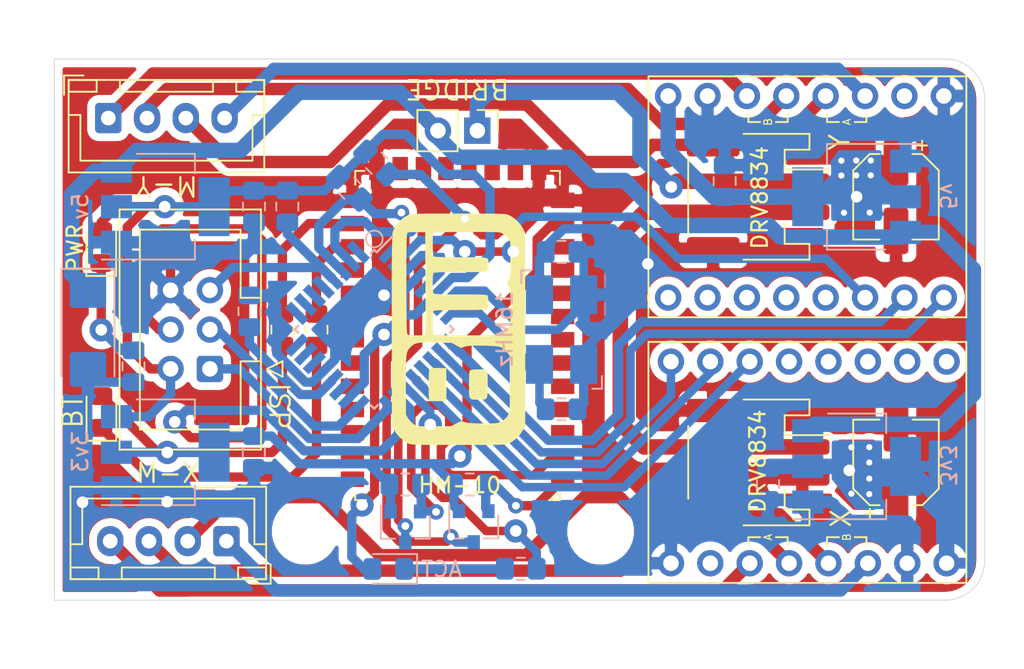
<source format=kicad_pcb>
(kicad_pcb (version 20171130) (host pcbnew "(5.1.6)-1")
  (title_block (title "Whiteboard Eraser") (date 2020-10-23))
  (layers (0 F.Cu signal) (31 B.Cu signal) (34 B.Paste user hide) (35 F.Paste user hide) (36 B.SilkS user hide) (37 F.SilkS user hide) (38 B.Mask user hide) (39 F.Mask user hide) (44 Edge.Cuts user))
  (net 0 "")
  (net 1 "Net-(BT1-Pad2)")
  (net 2 "Net-(BT1-Pad1)")
  (net 3 /GND)
  (net 4 +BATT)
  (net 5 /AREF)
  (net 6 /XTAL1)
  (net 7 /XTAL2)
  (net 8 "Net-(D1-Pad1)")
  (net 9 "Net-(D2-Pad1)")
  (net 10 "Net-(D3-Pad1)")
  (net 11 /MOSI)
  (net 12 /~RST)
  (net 13 /SCK)
  (net 14 /MISO)
  (net 15 "Net-(M1-Pad4)")
  (net 16 "Net-(M1-Pad3)")
  (net 17 "Net-(M1-Pad2)")
  (net 18 "Net-(M1-Pad1)")
  (net 19 "Net-(M2-Pad4)")
  (net 20 "Net-(M2-Pad3)")
  (net 21 "Net-(M2-Pad2)")
  (net 22 "Net-(M2-Pad1)")
  (net 23 /RX)
  (net 24 /B-TX)
  (net 25 /TX)
  (net 26 /B-RX)
  (net 27 /B-KEY)
  (net 28 /LED)
  (net 29 /B-LED)
  (net 30 "Net-(U1-Pad18)")
  (net 31 "Net-(U1-Pad20)")
  (net 32 "Net-(U1-Pad19)")
  (net 33 "Net-(U1-Pad17)")
  (net 34 "Net-(U1-Pad16)")
  (net 35 "Net-(U1-Pad15)")
  (net 36 "Net-(U1-Pad30)")
  (net 37 "Net-(U1-Pad29)")
  (net 38 "Net-(U1-Pad31)")
  (net 39 "Net-(U1-Pad33)")
  (net 40 "Net-(U1-Pad28)")
  (net 41 "Net-(U1-Pad27)")
  (net 42 "Net-(U1-Pad34)")
  (net 43 "Net-(U1-Pad26)")
  (net 44 "Net-(U1-Pad25)")
  (net 45 "Net-(U1-Pad32)")
  (net 46 "Net-(U1-Pad11)")
  (net 47 "Net-(U1-Pad10)")
  (net 48 "Net-(U1-Pad9)")
  (net 49 "Net-(U1-Pad3)")
  (net 50 "Net-(U1-Pad4)")
  (net 51 "Net-(U1-Pad8)")
  (net 52 "Net-(U1-Pad7)")
  (net 53 "Net-(U1-Pad6)")
  (net 54 "Net-(U1-Pad5)")
  (net 55 /DA-STP)
  (net 56 "Net-(U5-Pad28)")
  (net 57 "Net-(U5-Pad27)")
  (net 58 "Net-(U5-Pad26)")
  (net 59 "Net-(U5-Pad25)")
  (net 60 "Net-(U5-Pad24)")
  (net 61 "Net-(U5-Pad23)")
  (net 62 "Net-(U5-Pad22)")
  (net 63 "Net-(U5-Pad19)")
  (net 64 /~DB-SLP)
  (net 65 /~DA-SLP)
  (net 66 /DB-DIR)
  (net 67 /DA-DIR)
  (net 68 /DB-STP)
  (net 69 "Net-(U7-Pad10)")
  (net 70 "Net-(U7-Pad5)")
  (net 71 "Net-(U7-Pad4)")
  (net 72 "Net-(U7-Pad3)")
  (net 73 "Net-(U7-Pad1)")
  (net 74 "Net-(U7-Pad2)")
  (net 75 "Net-(U8-Pad10)")
  (net 76 "Net-(U8-Pad5)")
  (net 77 "Net-(U8-Pad4)")
  (net 78 "Net-(U8-Pad3)")
  (net 79 "Net-(U8-Pad1)")
  (net 80 "Net-(U8-Pad2)")
  (net 81 /+5u)
  (net 82 /+3B)
  (net 83 /+3D)
  (net 84 /+5D)
  (net 85 "Net-(U5-Pad32)")
  (net 86 "Net-(U5-Pad1)")
  (module Crystal-smd:CFPX_104-5x3.2mm (layer B.Cu) (at 178.458 105.09 270)
    (fp_text reference Y1 hide)
    (fp_text value 16MHz)
    (pad 2 smd rect (at 2.25 -1.425 270) (size 2.5 1.75) (layers B.Cu B.Paste B.Mask) (net 3 /GND))
    (pad 1 smd rect (at -2.25 -1.425 270) (size 2.5 1.75) (layers B.Cu B.Paste B.Mask) (net 6 /XTAL1))
    (pad 3 smd rect (at 2.25 1.425 270) (size 2.5 1.75) (layers B.Cu B.Paste B.Mask) (net 7 /XTAL2))
    (pad 4 smd rect (at -2.25 1.425 270) (size 2.5 1.75) (layers B.Cu B.Paste B.Mask) (net 3 /GND))
  )
  (module m8:15mm (layer F.Cu) (at 171.84 105.07 270)
    (fp_text reference G*** hide)
    (fp_text value LOGO hide)
  )
  (module Package_TO_SOT_SMD:SOT-23 (layer B.Cu) (at 168.38 117.83 270)
    (fp_text reference Q2 hide)
    (fp_text value BSS123)
    (pad 3 smd rect (at 1 0 270) (size 0.9 0.8) (layers B.Cu B.Paste B.Mask) (net 25 /TX))
    (pad 2 smd rect (at -1 -0.95 270) (size 0.9 0.8) (layers B.Cu B.Paste B.Mask) (net 26 /B-RX))
    (pad 1 smd rect (at -1 0.95 270) (size 0.9 0.8) (layers B.Cu B.Paste B.Mask) (net 82 /+3B))
  )
  (module MountingHole:MountingHole_3.2mm_M3 (layer F.Cu) (at 161.925 118.11)
    (fp_text reference REF** hide)
    (fp_text value MountingHole_3.2mm_M3)
    (pad 1 np_thru_hole circle (at 0 0) (size 3.2 3.2) (drill 3.2) (layers *.Cu *.Mask))
  )
  (module MountingHole:MountingHole_3.2mm_M3 (layer F.Cu) (at 180.975 118.11)
    (fp_text reference REF** hide)
    (fp_text value MountingHole_3.2mm_M3)
    (pad 1 np_thru_hole circle (at 0 0) (size 3.2 3.2) (drill 3.2) (layers *.Cu *.Mask))
  )
  (module MountingHole:MountingHole_3.2mm_M3 (layer F.Cu) (at 180.975 92.075)
    (fp_text reference REF** hide)
    (fp_text value MountingHole_3.2mm_M3)
    (pad 1 np_thru_hole circle (at 0 0) (size 3.2 3.2) (drill 3.2) (layers *.Cu *.Mask))
  )
  (module MountingHole:MountingHole_3.2mm_M3 (layer F.Cu) (at 162.56 92.075)
    (fp_text reference REF** hide)
    (fp_text value MountingHole_3.2mm_M3)
    (pad 1 np_thru_hole circle (at 0 0) (size 3.2 3.2) (drill 3.2) (layers *.Cu *.Mask))
  )
  (module Capacitor_Tantalum_SMD:CP_EIA-6032-28_Kemet-C_Pad2.25x2.35mm_HandSolder (layer B.Cu) (at 147.91 105.11 270)
    (fp_text reference C1 hide)
    (fp_text value 10uF)
    (pad 2 smd roundrect (at 2.55 0 270) (size 2.25 2.35) (layers B.Cu B.Paste B.Mask) (roundrect_rratio 0.111111) (net 3 /GND))
    (pad 1 smd roundrect (at -2.55 0 270) (size 2.25 2.35) (layers B.Cu B.Paste B.Mask) (roundrect_rratio 0.111111) (net 4 +BATT))
  )
  (module Capacitor_SMD:C_0805_2012Metric_Pad1.15x1.40mm_HandSolder (layer B.Cu) (at 188.976 95.504 90)
    (fp_text reference C8 hide)
    (fp_text value 10uF)
    (pad 2 smd roundrect (at 1.025 0 90) (size 1.15 1.4) (layers B.Cu B.Paste B.Mask) (roundrect_rratio 0.217391) (net 3 /GND))
    (pad 1 smd roundrect (at -1.025 0 90) (size 1.15 1.4) (layers B.Cu B.Paste B.Mask) (roundrect_rratio 0.217391) (net 84 /+5D))
  )
  (module Capacitor_SMD:C_0805_2012Metric_Pad1.15x1.40mm_HandSolder (layer B.Cu) (at 191.77 115.062 270)
    (fp_text reference C7 hide)
    (fp_text value 10uF)
    (pad 2 smd roundrect (at 1.025 0 270) (size 1.15 1.4) (layers B.Cu B.Paste B.Mask) (roundrect_rratio 0.217391) (net 3 /GND))
    (pad 1 smd roundrect (at -1.025 0 270) (size 1.15 1.4) (layers B.Cu B.Paste B.Mask) (roundrect_rratio 0.217391) (net 83 /+3D))
  )
  (module Capacitor_SMD:C_0805_2012Metric_Pad1.15x1.40mm_HandSolder (layer B.Cu) (at 158.61 112.99 270)
    (fp_text reference C4 hide)
    (fp_text value 10uF)
    (pad 2 smd roundrect (at 1.025 0 270) (size 1.15 1.4) (layers B.Cu B.Paste B.Mask) (roundrect_rratio 0.217391) (net 3 /GND))
    (pad 1 smd roundrect (at -1.025 0 270) (size 1.15 1.4) (layers B.Cu B.Paste B.Mask) (roundrect_rratio 0.217391) (net 82 /+3B))
  )
  (module Capacitor_SMD:C_0805_2012Metric_Pad1.15x1.40mm_HandSolder (layer B.Cu) (at 158.62 97.15 270)
    (fp_text reference C2 hide)
    (fp_text value 10uF)
    (pad 2 smd roundrect (at 1.025 0 270) (size 1.15 1.4) (layers B.Cu B.Paste B.Mask) (roundrect_rratio 0.217391) (net 3 /GND))
    (pad 1 smd roundrect (at -1.025 0 270) (size 1.15 1.4) (layers B.Cu B.Paste B.Mask) (roundrect_rratio 0.217391) (net 81 /+5u))
  )
  (module drv8834:drv8834 (layer F.Cu) (at 194.31 96.52 90)
    (fp_text reference U8 hide)
    (fp_text value drv8834 hide)
    (fp_text user DRV8834 (at -0.06 -3.07 90) (layer F.SilkS))
    (fp_text user A (at 4.826 2.54 90) (layer F.SilkS) (effects (font (size 0.5 0.5) (thickness 0.075))))
    (fp_text user B (at 4.826 -2.54 90) (layer F.SilkS) (effects (font (size 0.5 0.5) (thickness 0.075))))
    (pad 16 thru_hole oval (at 6.505 -8.98 90) (size 1.7 1.7) (drill 1) (layers *.Cu *.Mask) (net 84 /+5D))
    (pad 9 thru_hole oval (at 6.505 8.8 90) (size 1.7 1.7) (drill 1) (layers *.Cu *.Mask) (net 3 /GND))
    (pad 10 thru_hole oval (at 6.505 6.26 90) (size 1.7 1.7) (drill 1) (layers *.Cu *.Mask) (net 75 "Net-(U8-Pad10)"))
    (pad 11 thru_hole oval (at 6.505 3.72 90) (size 1.7 1.7) (drill 1) (layers *.Cu *.Mask) (net 19 "Net-(M2-Pad4)"))
    (pad 12 thru_hole oval (at 6.505 1.18 90) (size 1.7 1.7) (drill 1) (layers *.Cu *.Mask) (net 20 "Net-(M2-Pad3)"))
    (pad 14 thru_hole oval (at 6.505 -3.9 90) (size 1.7 1.7) (drill 1) (layers *.Cu *.Mask) (net 22 "Net-(M2-Pad1)"))
    (pad 13 thru_hole oval (at 6.505 -1.36 90) (size 1.7 1.7) (drill 1) (layers *.Cu *.Mask) (net 21 "Net-(M2-Pad2)"))
    (pad 15 thru_hole oval (at 6.505 -6.44 90) (size 1.7 1.7) (drill 1) (layers *.Cu *.Mask) (net 3 /GND))
    (pad 8 thru_hole oval (at -6.505 8.8 90) (size 1.7 1.7) (drill 1) (layers *.Cu *.Mask) (net 66 /DB-DIR))
    (pad 7 thru_hole oval (at -6.505 6.26 90) (size 1.7 1.7) (drill 1) (layers *.Cu *.Mask) (net 68 /DB-STP))
    (pad 6 thru_hole oval (at -6.505 3.72 90) (size 1.7 1.7) (drill 1) (layers *.Cu *.Mask) (net 64 /~DB-SLP))
    (pad 5 thru_hole oval (at -6.505 1.18 90) (size 1.7 1.7) (drill 1) (layers *.Cu *.Mask) (net 76 "Net-(U8-Pad5)"))
    (pad 4 thru_hole oval (at -6.505 -1.36 90) (size 1.7 1.7) (drill 1) (layers *.Cu *.Mask) (net 77 "Net-(U8-Pad4)"))
    (pad 3 thru_hole oval (at -6.505 -3.9 90) (size 1.7 1.7) (drill 1) (layers *.Cu *.Mask) (net 78 "Net-(U8-Pad3)"))
    (pad 1 thru_hole oval (at -6.505 -8.98 90) (size 1.7 1.7) (drill 1) (layers *.Cu *.Mask) (net 79 "Net-(U8-Pad1)"))
    (pad 2 thru_hole oval (at -6.505 -6.44 90) (size 1.7 1.7) (drill 1) (layers *.Cu *.Mask) (net 80 "Net-(U8-Pad2)"))
  )
  (module drv8834:drv8834 (layer F.Cu) (at 194.31 113.665 270)
    (fp_text reference U7 hide)
    (fp_text value drv8834 hide)
    (fp_text user DRV8834 (at -0.075 3.21 90) (layer F.SilkS))
    (fp_text user A (at 4.826 2.54 90) (layer F.SilkS) (effects (font (size 0.5 0.5) (thickness 0.075))))
    (fp_text user B (at 4.826 -2.54 90) (layer F.SilkS) (effects (font (size 0.5 0.5) (thickness 0.075))))
    (pad 16 thru_hole oval (at 6.505 -8.98 270) (size 1.7 1.7) (drill 1) (layers *.Cu *.Mask) (net 83 /+3D))
    (pad 9 thru_hole oval (at 6.505 8.8 270) (size 1.7 1.7) (drill 1) (layers *.Cu *.Mask) (net 3 /GND))
    (pad 10 thru_hole oval (at 6.505 6.26 270) (size 1.7 1.7) (drill 1) (layers *.Cu *.Mask) (net 69 "Net-(U7-Pad10)"))
    (pad 11 thru_hole oval (at 6.505 3.72 270) (size 1.7 1.7) (drill 1) (layers *.Cu *.Mask) (net 15 "Net-(M1-Pad4)"))
    (pad 12 thru_hole oval (at 6.505 1.18 270) (size 1.7 1.7) (drill 1) (layers *.Cu *.Mask) (net 16 "Net-(M1-Pad3)"))
    (pad 14 thru_hole oval (at 6.505 -3.9 270) (size 1.7 1.7) (drill 1) (layers *.Cu *.Mask) (net 18 "Net-(M1-Pad1)"))
    (pad 13 thru_hole oval (at 6.505 -1.36 270) (size 1.7 1.7) (drill 1) (layers *.Cu *.Mask) (net 17 "Net-(M1-Pad2)"))
    (pad 15 thru_hole oval (at 6.505 -6.44 270) (size 1.7 1.7) (drill 1) (layers *.Cu *.Mask) (net 3 /GND))
    (pad 8 thru_hole oval (at -6.505 8.8 270) (size 1.7 1.7) (drill 1) (layers *.Cu *.Mask) (net 67 /DA-DIR))
    (pad 7 thru_hole oval (at -6.505 6.26 270) (size 1.7 1.7) (drill 1) (layers *.Cu *.Mask) (net 55 /DA-STP))
    (pad 6 thru_hole oval (at -6.505 3.72 270) (size 1.7 1.7) (drill 1) (layers *.Cu *.Mask) (net 65 /~DA-SLP))
    (pad 5 thru_hole oval (at -6.505 1.18 270) (size 1.7 1.7) (drill 1) (layers *.Cu *.Mask) (net 70 "Net-(U7-Pad5)"))
    (pad 4 thru_hole oval (at -6.505 -1.36 270) (size 1.7 1.7) (drill 1) (layers *.Cu *.Mask) (net 71 "Net-(U7-Pad4)"))
    (pad 3 thru_hole oval (at -6.505 -3.9 270) (size 1.7 1.7) (drill 1) (layers *.Cu *.Mask) (net 72 "Net-(U7-Pad3)"))
    (pad 1 thru_hole oval (at -6.505 -8.98 270) (size 1.7 1.7) (drill 1) (layers *.Cu *.Mask) (net 73 "Net-(U7-Pad1)"))
    (pad 2 thru_hole oval (at -6.505 -6.44 270) (size 1.7 1.7) (drill 1) (layers *.Cu *.Mask) (net 74 "Net-(U7-Pad2)"))
  )
  (module Package_TO_SOT_SMD:SOT-223-3_TabPin2 (layer B.Cu) (at 197.485 96.52 180)
    (fp_text reference U6 hide)
    (fp_text value "DRIVER Y 5v")
    (pad 1 smd rect (at -3.15 2.3 180) (size 2 1.5) (layers B.Cu B.Paste B.Mask) (net 3 /GND))
    (pad 3 smd rect (at -3.15 -2.3 180) (size 2 1.5) (layers B.Cu B.Paste B.Mask) (net 4 +BATT))
    (pad 2 smd rect (at -3.15 0 180) (size 2 1.5) (layers B.Cu B.Paste B.Mask) (net 84 /+5D))
    (pad 2 smd rect (at 3.15 0 180) (size 2 3.8) (layers B.Cu B.Paste B.Mask) (net 84 /+5D))
  )
  (module Package_QFP:TQFP-32_7x7mm_P0.8mm (layer B.Cu) (at 166.37 105.07 225)
    (fp_text reference U5 hide)
    (fp_text value ATmega328P-AU)
    (pad 32 smd rect (at -2.8 4.25 135) (size 1.6 0.55) (layers B.Cu B.Paste B.Mask) (net 85 "Net-(U5-Pad32)"))
    (pad 31 smd rect (at -2 4.25 135) (size 1.6 0.55) (layers B.Cu B.Paste B.Mask) (net 25 /TX))
    (pad 30 smd rect (at -1.2 4.25 135) (size 1.6 0.55) (layers B.Cu B.Paste B.Mask) (net 23 /RX))
    (pad 29 smd rect (at -0.4 4.25 135) (size 1.6 0.55) (layers B.Cu B.Paste B.Mask) (net 12 /~RST))
    (pad 28 smd rect (at 0.4 4.25 135) (size 1.6 0.55) (layers B.Cu B.Paste B.Mask) (net 56 "Net-(U5-Pad28)"))
    (pad 27 smd rect (at 1.2 4.25 135) (size 1.6 0.55) (layers B.Cu B.Paste B.Mask) (net 57 "Net-(U5-Pad27)"))
    (pad 26 smd rect (at 2 4.25 135) (size 1.6 0.55) (layers B.Cu B.Paste B.Mask) (net 58 "Net-(U5-Pad26)"))
    (pad 25 smd rect (at 2.8 4.25 135) (size 1.6 0.55) (layers B.Cu B.Paste B.Mask) (net 59 "Net-(U5-Pad25)"))
    (pad 24 smd rect (at 4.25 2.8 225) (size 1.6 0.55) (layers B.Cu B.Paste B.Mask) (net 60 "Net-(U5-Pad24)"))
    (pad 23 smd rect (at 4.25 2 225) (size 1.6 0.55) (layers B.Cu B.Paste B.Mask) (net 61 "Net-(U5-Pad23)"))
    (pad 22 smd rect (at 4.25 1.2 225) (size 1.6 0.55) (layers B.Cu B.Paste B.Mask) (net 62 "Net-(U5-Pad22)"))
    (pad 21 smd rect (at 4.25 0.4 225) (size 1.6 0.55) (layers B.Cu B.Paste B.Mask) (net 3 /GND))
    (pad 20 smd rect (at 4.25 -0.4 225) (size 1.6 0.55) (layers B.Cu B.Paste B.Mask) (net 5 /AREF))
    (pad 19 smd rect (at 4.25 -1.2 225) (size 1.6 0.55) (layers B.Cu B.Paste B.Mask) (net 63 "Net-(U5-Pad19)"))
    (pad 18 smd rect (at 4.25 -2 225) (size 1.6 0.55) (layers B.Cu B.Paste B.Mask) (net 81 /+5u))
    (pad 17 smd rect (at 4.25 -2.8 225) (size 1.6 0.55) (layers B.Cu B.Paste B.Mask) (net 13 /SCK))
    (pad 16 smd rect (at 2.8 -4.25 135) (size 1.6 0.55) (layers B.Cu B.Paste B.Mask) (net 14 /MISO))
    (pad 15 smd rect (at 2 -4.25 135) (size 1.6 0.55) (layers B.Cu B.Paste B.Mask) (net 11 /MOSI))
    (pad 14 smd rect (at 1.2 -4.25 135) (size 1.6 0.55) (layers B.Cu B.Paste B.Mask) (net 28 /LED))
    (pad 13 smd rect (at 0.4 -4.25 135) (size 1.6 0.55) (layers B.Cu B.Paste B.Mask) (net 65 /~DA-SLP))
    (pad 12 smd rect (at -0.4 -4.25 135) (size 1.6 0.55) (layers B.Cu B.Paste B.Mask) (net 55 /DA-STP))
    (pad 11 smd rect (at -1.2 -4.25 135) (size 1.6 0.55) (layers B.Cu B.Paste B.Mask) (net 67 /DA-DIR))
    (pad 10 smd rect (at -2 -4.25 135) (size 1.6 0.55) (layers B.Cu B.Paste B.Mask) (net 66 /DB-DIR))
    (pad 9 smd rect (at -2.8 -4.25 135) (size 1.6 0.55) (layers B.Cu B.Paste B.Mask) (net 68 /DB-STP))
    (pad 8 smd rect (at -4.25 -2.8 225) (size 1.6 0.55) (layers B.Cu B.Paste B.Mask) (net 7 /XTAL2))
    (pad 7 smd rect (at -4.25 -2 225) (size 1.6 0.55) (layers B.Cu B.Paste B.Mask) (net 6 /XTAL1))
    (pad 6 smd rect (at -4.25 -1.2 225) (size 1.6 0.55) (layers B.Cu B.Paste B.Mask) (net 81 /+5u))
    (pad 5 smd rect (at -4.25 -0.4 225) (size 1.6 0.55) (layers B.Cu B.Paste B.Mask) (net 3 /GND))
    (pad 4 smd rect (at -4.25 0.4 225) (size 1.6 0.55) (layers B.Cu B.Paste B.Mask) (net 81 /+5u))
    (pad 3 smd rect (at -4.25 1.2 225) (size 1.6 0.55) (layers B.Cu B.Paste B.Mask) (net 3 /GND))
    (pad 2 smd rect (at -4.25 2 225) (size 1.6 0.55) (layers B.Cu B.Paste B.Mask) (net 64 /~DB-SLP))
    (pad 1 smd rect (at -4.25 2.8 225) (size 1.6 0.55) (layers B.Cu B.Paste B.Mask) (net 86 "Net-(U5-Pad1)"))
  )
  (module Package_TO_SOT_SMD:SOT-223-3_TabPin2 (layer B.Cu) (at 197.485 113.92)
    (fp_text reference U4 hide)
    (fp_text value "DRIVER X 3v3")
    (pad 1 smd rect (at -3.15 2.3) (size 2 1.5) (layers B.Cu B.Paste B.Mask) (net 3 /GND))
    (pad 3 smd rect (at -3.15 -2.3) (size 2 1.5) (layers B.Cu B.Paste B.Mask) (net 4 +BATT))
    (pad 2 smd rect (at -3.15 0) (size 2 1.5) (layers B.Cu B.Paste B.Mask) (net 83 /+3D))
    (pad 2 smd rect (at 3.15 0) (size 2 3.8) (layers B.Cu B.Paste B.Mask) (net 83 /+3D))
  )
  (module Package_TO_SOT_SMD:SOT-223-3_TabPin2 (layer B.Cu) (at 152.9 113.01)
    (fp_text reference U3 hide)
    (fp_text value "BLUETOOTH 3v3")
    (pad 1 smd rect (at -3.15 2.3) (size 2 1.5) (layers B.Cu B.Paste B.Mask) (net 3 /GND))
    (pad 3 smd rect (at -3.15 -2.3) (size 2 1.5) (layers B.Cu B.Paste B.Mask) (net 81 /+5u))
    (pad 2 smd rect (at -3.15 0) (size 2 1.5) (layers B.Cu B.Paste B.Mask) (net 82 /+3B))
    (pad 2 smd rect (at 3.15 0) (size 2 3.8) (layers B.Cu B.Paste B.Mask) (net 82 /+3B))
  )
  (module Package_TO_SOT_SMD:SOT-223-3_TabPin2 (layer B.Cu) (at 152.9 97.16)
    (fp_text reference U2 hide)
    (fp_text value "MCU 5v")
    (pad 1 smd rect (at -3.15 2.3) (size 2 1.5) (layers B.Cu B.Paste B.Mask) (net 3 /GND))
    (pad 3 smd rect (at -3.15 -2.3) (size 2 1.5) (layers B.Cu B.Paste B.Mask) (net 4 +BATT))
    (pad 2 smd rect (at -3.15 0) (size 2 1.5) (layers B.Cu B.Paste B.Mask) (net 81 /+5u))
    (pad 2 smd rect (at 3.15 0) (size 2 3.8) (layers B.Cu B.Paste B.Mask) (net 81 /+5u))
  )
  (module hm-10:hm-10 (layer F.Cu) (at 171.74972 108.39958 180)
    (fp_text reference U1 hide)
    (fp_text value hm-10)
    (fp_text user HM-10 (at -0.14028 -6.73042) (layer F.SilkS))
    (pad 18 smd rect (at 0.75 13.7 180) (size 1 1.5) (layers F.Cu F.Paste F.Mask) (net 30 "Net-(U1-Pad18)"))
    (pad 21 smd rect (at 5.2 13.7 180) (size 1 1.5) (layers F.Cu F.Paste F.Mask) (net 3 /GND))
    (pad 20 smd rect (at 3.7 13.7 180) (size 1 1.5) (layers F.Cu F.Paste F.Mask) (net 31 "Net-(U1-Pad20)"))
    (pad 19 smd rect (at 2.2 13.7 180) (size 1 1.5) (layers F.Cu F.Paste F.Mask) (net 32 "Net-(U1-Pad19)"))
    (pad 17 smd rect (at -0.73 13.7 180) (size 1 1.5) (layers F.Cu F.Paste F.Mask) (net 33 "Net-(U1-Pad17)"))
    (pad 16 smd rect (at -2.23 13.7 180) (size 1 1.5) (layers F.Cu F.Paste F.Mask) (net 34 "Net-(U1-Pad16)"))
    (pad 15 smd rect (at -3.73 13.7 180) (size 1 1.5) (layers F.Cu F.Paste F.Mask) (net 35 "Net-(U1-Pad15)"))
    (pad 14 smd rect (at -5.23 13.7 180) (size 1 1.5) (layers F.Cu F.Paste F.Mask) (net 3 /GND))
    (pad 30 smd rect (at 6.78 -0.35 180) (size 1.5 1) (layers F.Cu F.Paste F.Mask) (net 36 "Net-(U1-Pad30)"))
    (pad 29 smd rect (at 6.78 1.15 180) (size 1.5 1) (layers F.Cu F.Paste F.Mask) (net 37 "Net-(U1-Pad29)"))
    (pad 31 smd rect (at 6.78 -1.85 180) (size 1.5 1) (layers F.Cu F.Paste F.Mask) (net 38 "Net-(U1-Pad31)"))
    (pad 33 smd rect (at 6.78 -4.85 180) (size 1.5 1) (layers F.Cu F.Paste F.Mask) (net 39 "Net-(U1-Pad33)"))
    (pad 28 smd rect (at 6.78 2.65 180) (size 1.5 1) (layers F.Cu F.Paste F.Mask) (net 40 "Net-(U1-Pad28)"))
    (pad 27 smd rect (at 6.78 4.15 180) (size 1.5 1) (layers F.Cu F.Paste F.Mask) (net 41 "Net-(U1-Pad27)"))
    (pad 34 smd rect (at 6.78 -6.35 180) (size 1.5 1) (layers F.Cu F.Paste F.Mask) (net 42 "Net-(U1-Pad34)"))
    (pad 26 smd rect (at 6.78 5.65 180) (size 1.5 1) (layers F.Cu F.Paste F.Mask) (net 43 "Net-(U1-Pad26)"))
    (pad 22 smd rect (at 6.78 11.65 180) (size 1.5 1) (layers F.Cu F.Paste F.Mask) (net 3 /GND))
    (pad 25 smd rect (at 6.78 7.15 180) (size 1.5 1) (layers F.Cu F.Paste F.Mask) (net 44 "Net-(U1-Pad25)"))
    (pad 32 smd rect (at 6.78 -3.35 180) (size 1.5 1) (layers F.Cu F.Paste F.Mask) (net 45 "Net-(U1-Pad32)"))
    (pad 23 smd rect (at 6.78 10.15 180) (size 1.5 1) (layers F.Cu F.Paste F.Mask) (net 27 /B-KEY))
    (pad 24 smd rect (at 6.78 8.65 180) (size 1.5 1) (layers F.Cu F.Paste F.Mask) (net 29 /B-LED))
    (pad 13 smd rect (at -6.78 11.65 180) (size 1.5 1) (layers F.Cu F.Paste F.Mask) (net 3 /GND))
    (pad 11 smd rect (at -6.78 8.65 180) (size 1.5 1) (layers F.Cu F.Paste F.Mask) (net 46 "Net-(U1-Pad11)"))
    (pad 12 smd rect (at -6.78 10.15 180) (size 1.5 1) (layers F.Cu F.Paste F.Mask) (net 82 /+3B))
    (pad 10 smd rect (at -6.78 7.15 180) (size 1.5 1) (layers F.Cu F.Paste F.Mask) (net 47 "Net-(U1-Pad10)"))
    (pad 9 smd rect (at -6.78 5.65 180) (size 1.5 1) (layers F.Cu F.Paste F.Mask) (net 48 "Net-(U1-Pad9)"))
    (pad 1 smd rect (at -6.78 -6.35 180) (size 1.5 1) (layers F.Cu F.Paste F.Mask) (net 24 /B-TX))
    (pad 2 smd rect (at -6.78 -4.85 180) (size 1.5 1) (layers F.Cu F.Paste F.Mask) (net 26 /B-RX))
    (pad 3 smd rect (at -6.78 -3.35 180) (size 1.5 1) (layers F.Cu F.Paste F.Mask) (net 49 "Net-(U1-Pad3)"))
    (pad 4 smd rect (at -6.78 -1.85 180) (size 1.5 1) (layers F.Cu F.Paste F.Mask) (net 50 "Net-(U1-Pad4)"))
    (pad 8 smd rect (at -6.78 4.15 180) (size 1.5 1) (layers F.Cu F.Paste F.Mask) (net 51 "Net-(U1-Pad8)"))
    (pad 7 smd rect (at -6.78 2.65 180) (size 1.5 1) (layers F.Cu F.Paste F.Mask) (net 52 "Net-(U1-Pad7)"))
    (pad 6 smd rect (at -6.78 1.15 180) (size 1.5 1) (layers F.Cu F.Paste F.Mask) (net 53 "Net-(U1-Pad6)"))
    (pad 5 smd rect (at -6.78 -0.35 180) (size 1.5 1) (layers F.Cu F.Paste F.Mask) (net 54 "Net-(U1-Pad5)"))
  )
  (module Resistor_SMD:R_0805_2012Metric_Pad1.15x1.40mm_HandSolder (layer F.Cu) (at 162.65 105.1 90)
    (fp_text reference R9 hide)
    (fp_text value 220)
    (pad 2 smd roundrect (at 1.025 0 90) (size 1.15 1.4) (layers F.Cu F.Paste F.Mask) (roundrect_rratio 0.217391) (net 29 /B-LED))
    (pad 1 smd roundrect (at -1.025 0 90) (size 1.15 1.4) (layers F.Cu F.Paste F.Mask) (roundrect_rratio 0.217391) (net 10 "Net-(D3-Pad1)"))
  )
  (module Resistor_SMD:R_0805_2012Metric_Pad1.15x1.40mm_HandSolder (layer B.Cu) (at 175.83 120.53)
    (fp_text reference R8 hide)
    (fp_text value 220)
    (pad 2 smd roundrect (at 1.025 0) (size 1.15 1.4) (layers B.Cu B.Paste B.Mask) (roundrect_rratio 0.217391) (net 28 /LED))
    (pad 1 smd roundrect (at -1.025 0) (size 1.15 1.4) (layers B.Cu B.Paste B.Mask) (roundrect_rratio 0.217391) (net 9 "Net-(D2-Pad1)"))
  )
  (module Resistor_SMD:R_0805_2012Metric_Pad1.15x1.40mm_HandSolder (layer B.Cu) (at 150.85 107.46 270)
    (fp_text reference R7 hide)
    (fp_text value 220)
    (pad 2 smd roundrect (at 1.025 0 270) (size 1.15 1.4) (layers B.Cu B.Paste B.Mask) (roundrect_rratio 0.217391) (net 3 /GND))
    (pad 1 smd roundrect (at -1.025 0 270) (size 1.15 1.4) (layers B.Cu B.Paste B.Mask) (roundrect_rratio 0.217391) (net 8 "Net-(D1-Pad1)"))
  )
  (module Resistor_SMD:R_0805_2012Metric_Pad1.15x1.40mm_HandSolder (layer B.Cu) (at 160.77 97.15 270)
    (fp_text reference R6 hide)
    (fp_text value 10k)
    (pad 2 smd roundrect (at 1.025 0 270) (size 1.15 1.4) (layers B.Cu B.Paste B.Mask) (roundrect_rratio 0.217391) (net 12 /~RST))
    (pad 1 smd roundrect (at -1.025 0 270) (size 1.15 1.4) (layers B.Cu B.Paste B.Mask) (roundrect_rratio 0.217391) (net 81 /+5u))
  )
  (module Resistor_SMD:R_0805_2012Metric_Pad1.15x1.40mm_HandSolder (layer F.Cu) (at 160.45 105.1 90)
    (fp_text reference R5 hide)
    (fp_text value 1k)
    (pad 2 smd roundrect (at 1.025 0 90) (size 1.15 1.4) (layers F.Cu F.Paste F.Mask) (roundrect_rratio 0.217391) (net 27 /B-KEY))
    (pad 1 smd roundrect (at -1.025 0 90) (size 1.15 1.4) (layers F.Cu F.Paste F.Mask) (roundrect_rratio 0.217391) (net 82 /+3B))
  )
  (module Resistor_SMD:R_0805_2012Metric_Pad1.15x1.40mm_HandSolder (layer B.Cu) (at 166.53 94.35 315)
    (fp_text reference R4 hide)
    (fp_text value 10k)
    (pad 2 smd roundrect (at 1.025 0 315) (size 1.15 1.4) (layers B.Cu B.Paste B.Mask) (roundrect_rratio 0.217391) (net 25 /TX))
    (pad 1 smd roundrect (at -1.025 0 315) (size 1.15 1.4) (layers B.Cu B.Paste B.Mask) (roundrect_rratio 0.217391) (net 81 /+5u))
  )
  (module Resistor_SMD:R_0805_2012Metric_Pad1.15x1.40mm_HandSolder (layer B.Cu) (at 168.38 115.09)
    (fp_text reference R3 hide)
    (fp_text value 10k)
    (pad 2 smd roundrect (at 1.025 0) (size 1.15 1.4) (layers B.Cu B.Paste B.Mask) (roundrect_rratio 0.217391) (net 26 /B-RX))
    (pad 1 smd roundrect (at -1.025 0) (size 1.15 1.4) (layers B.Cu B.Paste B.Mask) (roundrect_rratio 0.217391) (net 82 /+3B))
  )
  (module Resistor_SMD:R_0805_2012Metric_Pad1.15x1.40mm_HandSolder (layer B.Cu) (at 164.77 95.97 315)
    (fp_text reference R2 hide)
    (fp_text value 10k)
    (pad 2 smd roundrect (at 1.025 0 315) (size 1.15 1.4) (layers B.Cu B.Paste B.Mask) (roundrect_rratio 0.217391) (net 23 /RX))
    (pad 1 smd roundrect (at -1.025 0 315) (size 1.15 1.4) (layers B.Cu B.Paste B.Mask) (roundrect_rratio 0.217391) (net 81 /+5u))
  )
  (module Resistor_SMD:R_0805_2012Metric_Pad1.15x1.40mm_HandSolder (layer B.Cu) (at 172.54 115.09)
    (fp_text reference R1 hide)
    (fp_text value 10k)
    (pad 2 smd roundrect (at 1.025 0) (size 1.15 1.4) (layers B.Cu B.Paste B.Mask) (roundrect_rratio 0.217391) (net 24 /B-TX))
    (pad 1 smd roundrect (at -1.025 0) (size 1.15 1.4) (layers B.Cu B.Paste B.Mask) (roundrect_rratio 0.217391) (net 82 /+3B))
  )
  (module Package_TO_SOT_SMD:SOT-23 (layer B.Cu) (at 172.79 117.81 270)
    (fp_text reference Q1 hide)
    (fp_text value BSS123)
    (pad 3 smd rect (at 1 0 270) (size 0.9 0.8) (layers B.Cu B.Paste B.Mask) (net 23 /RX))
    (pad 2 smd rect (at -1 -0.95 270) (size 0.9 0.8) (layers B.Cu B.Paste B.Mask) (net 24 /B-TX))
    (pad 1 smd rect (at -1 0.95 270) (size 0.9 0.8) (layers B.Cu B.Paste B.Mask) (net 82 /+3B))
  )
  (module Connector_JST:JST_XH_B4B-XH-A_1x04_P2.50mm_Vertical (layer F.Cu) (at 149.225 91.44)
    (fp_text reference M2 hide)
    (fp_text value StepperMotor)
    (pad 4 thru_hole oval (at 7.5 0) (size 1.7 1.95) (drill 0.95) (layers *.Cu *.Mask) (net 19 "Net-(M2-Pad4)"))
    (pad 3 thru_hole oval (at 5 0) (size 1.7 1.95) (drill 0.95) (layers *.Cu *.Mask) (net 20 "Net-(M2-Pad3)"))
    (pad 2 thru_hole oval (at 2.5 0) (size 1.7 1.95) (drill 0.95) (layers *.Cu *.Mask) (net 21 "Net-(M2-Pad2)"))
    (pad 1 thru_hole roundrect (at 0 0) (size 1.7 1.95) (drill 0.95) (layers *.Cu *.Mask) (roundrect_rratio 0.147059) (net 22 "Net-(M2-Pad1)"))
  )
  (module Connector_JST:JST_XH_B4B-XH-A_1x04_P2.50mm_Vertical (layer F.Cu) (at 156.845 118.745 180)
    (fp_text reference M1 hide)
    (fp_text value StepperMotor)
    (pad 4 thru_hole oval (at 7.5 0 180) (size 1.7 1.95) (drill 0.95) (layers *.Cu *.Mask) (net 15 "Net-(M1-Pad4)"))
    (pad 3 thru_hole oval (at 5 0 180) (size 1.7 1.95) (drill 0.95) (layers *.Cu *.Mask) (net 16 "Net-(M1-Pad3)"))
    (pad 2 thru_hole oval (at 2.5 0 180) (size 1.7 1.95) (drill 0.95) (layers *.Cu *.Mask) (net 17 "Net-(M1-Pad2)"))
    (pad 1 thru_hole roundrect (at 0 0 180) (size 1.7 1.95) (drill 0.95) (layers *.Cu *.Mask) (roundrect_rratio 0.147059) (net 18 "Net-(M1-Pad1)"))
  )
  (module Connector_IDC:IDC-Header_2x03_P2.54mm_Vertical (layer F.Cu) (at 155.78 107.63 180)
    (fp_text reference J2 hide)
    (fp_text value AVR-ISP)
    (pad 6 thru_hole circle (at 2.54 5.08 180) (size 1.7 1.7) (drill 1) (layers *.Cu *.Mask) (net 3 /GND))
    (pad 4 thru_hole circle (at 2.54 2.54 180) (size 1.7 1.7) (drill 1) (layers *.Cu *.Mask) (net 11 /MOSI))
    (pad 2 thru_hole circle (at 2.54 0 180) (size 1.7 1.7) (drill 1) (layers *.Cu *.Mask) (net 81 /+5u))
    (pad 5 thru_hole circle (at 0 5.08 180) (size 1.7 1.7) (drill 1) (layers *.Cu *.Mask) (net 12 /~RST))
    (pad 3 thru_hole circle (at 0 2.54 180) (size 1.7 1.7) (drill 1) (layers *.Cu *.Mask) (net 13 /SCK))
    (pad 1 thru_hole roundrect (at 0 0 180) (size 1.7 1.7) (drill 1) (layers *.Cu *.Mask) (roundrect_rratio 0.147059) (net 14 /MISO))
  )
  (module Connector_PinHeader_2.54mm:PinHeader_1x02_P2.54mm_Vertical (layer F.Cu) (at 173.0248 92.2528 270)
    (fp_text reference J1 hide)
    (fp_text value BRIDGE)
    (pad 2 thru_hole oval (at 0 2.54 270) (size 1.7 1.7) (drill 1) (layers *.Cu *.Mask) (net 4 +BATT))
    (pad 1 thru_hole rect (at 0 0 270) (size 1.7 1.7) (drill 1) (layers *.Cu *.Mask) (net 2 "Net-(BT1-Pad1)"))
  )
  (module LED_SMD:LED_0805_2012Metric_Pad1.15x1.40mm_HandSolder (layer F.Cu) (at 148.78 110.41 90)
    (fp_text reference D3 hide)
    (fp_text value LED)
    (pad 2 smd roundrect (at 1.025 0 90) (size 1.15 1.4) (layers F.Cu F.Paste F.Mask) (roundrect_rratio 0.217391) (net 82 /+3B))
    (pad 1 smd roundrect (at -1.025 0 90) (size 1.15 1.4) (layers F.Cu F.Paste F.Mask) (roundrect_rratio 0.217391) (net 10 "Net-(D3-Pad1)"))
  )
  (module LED_SMD:LED_0805_2012Metric_Pad1.15x1.40mm_HandSolder (layer B.Cu) (at 167.28 120.54 180)
    (fp_text reference D2 hide)
    (fp_text value LED)
    (pad 2 smd roundrect (at 1.025 0 180) (size 1.15 1.4) (layers B.Cu B.Paste B.Mask) (roundrect_rratio 0.217391) (net 81 /+5u))
    (pad 1 smd roundrect (at -1.025 0 180) (size 1.15 1.4) (layers B.Cu B.Paste B.Mask) (roundrect_rratio 0.217391) (net 9 "Net-(D2-Pad1)"))
  )
  (module LED_SMD:LED_0805_2012Metric_Pad1.15x1.40mm_HandSolder (layer F.Cu) (at 148.77 99.77 90)
    (fp_text reference D1 hide)
    (fp_text value LED)
    (pad 2 smd roundrect (at 1.025 0 90) (size 1.15 1.4) (layers F.Cu F.Paste F.Mask) (roundrect_rratio 0.217391) (net 81 /+5u))
    (pad 1 smd roundrect (at -1.025 0 90) (size 1.15 1.4) (layers F.Cu F.Paste F.Mask) (roundrect_rratio 0.217391) (net 8 "Net-(D1-Pad1)"))
  )
  (module Capacitor_SMD:CP_Elec_5x5.3 (layer F.Cu) (at 200.025 96.52 270)
    (fp_text reference C10 hide)
    (fp_text value 100uF)
    (pad 2 smd roundrect (at 2.2 0 270) (size 3 1.6) (layers F.Cu F.Paste F.Mask) (roundrect_rratio 0.15625) (net 3 /GND))
    (pad 1 smd roundrect (at -2.2 0 270) (size 3 1.6) (layers F.Cu F.Paste F.Mask) (roundrect_rratio 0.15625) (net 84 /+5D))
  )
  (module Capacitor_SMD:CP_Elec_5x5.3 (layer F.Cu) (at 200.025 113.665 90)
    (fp_text reference C9 hide)
    (fp_text value 100uF)
    (pad 2 smd roundrect (at 2.2 0 90) (size 3 1.6) (layers F.Cu F.Paste F.Mask) (roundrect_rratio 0.15625) (net 3 /GND))
    (pad 1 smd roundrect (at -2.2 0 90) (size 3 1.6) (layers F.Cu F.Paste F.Mask) (roundrect_rratio 0.15625) (net 83 /+3D))
  )
  (module Capacitor_SMD:C_0805_2012Metric_Pad1.15x1.40mm_HandSolder (layer B.Cu) (at 178.458 110.236)
    (fp_text reference C6 hide)
    (fp_text value 22pF)
    (pad 2 smd roundrect (at 1.025 0) (size 1.15 1.4) (layers B.Cu B.Paste B.Mask) (roundrect_rratio 0.217391) (net 3 /GND))
    (pad 1 smd roundrect (at -1.025 0) (size 1.15 1.4) (layers B.Cu B.Paste B.Mask) (roundrect_rratio 0.217391) (net 7 /XTAL2))
  )
  (module Capacitor_SMD:C_0805_2012Metric_Pad1.15x1.40mm_HandSolder (layer B.Cu) (at 178.458 100.076 180)
    (fp_text reference C5 hide)
    (fp_text value 22pF)
    (pad 2 smd roundrect (at 1.025 0 180) (size 1.15 1.4) (layers B.Cu B.Paste B.Mask) (roundrect_rratio 0.217391) (net 3 /GND))
    (pad 1 smd roundrect (at -1.025 0 180) (size 1.15 1.4) (layers B.Cu B.Paste B.Mask) (roundrect_rratio 0.217391) (net 6 /XTAL1))
  )
  (module Capacitor_SMD:C_0805_2012Metric_Pad1.15x1.40mm_HandSolder (layer B.Cu) (at 158.33 103.91 90)
    (fp_text reference C3 hide)
    (fp_text value 100nF)
    (pad 2 smd roundrect (at 1.025 0 90) (size 1.15 1.4) (layers B.Cu B.Paste B.Mask) (roundrect_rratio 0.217391) (net 3 /GND))
    (pad 1 smd roundrect (at -1.025 0 90) (size 1.15 1.4) (layers B.Cu B.Paste B.Mask) (roundrect_rratio 0.217391) (net 5 /AREF))
  )
  (module Connector_JST:JST_PH_S2B-PH-SM4-TB_1x02-1MP_P2.00mm_Horizontal (layer F.Cu) (at 191.135 113.665 270)
    (fp_text reference BT2 hide)
    (fp_text value 18650)
    (pad MP smd roundrect (at 3.35 2.9 270) (size 1.5 3.4) (layers F.Cu F.Paste F.Mask) (roundrect_rratio 0.167) (net 17 "Net-(M1-Pad2)"))
    (pad MP smd roundrect (at -3.35 2.9 270) (size 1.5 3.4) (layers F.Cu F.Paste F.Mask) (roundrect_rratio 0.167) (net 3 /GND))
    (pad 2 smd roundrect (at 1 -2.85 270) (size 1 3.5) (layers F.Cu F.Paste F.Mask) (net 3 /GND))
    (pad 1 smd roundrect (at -1 -2.85 270) (size 1 3.5) (layers F.Cu F.Paste F.Mask) (net 1 "Net-(BT1-Pad2)"))
  )
  (module Connector_JST:JST_PH_S2B-PH-SM4-TB_1x02-1MP_P2.00mm_Horizontal (layer F.Cu) (at 191.135 96.52 270)
    (fp_text reference BT1 hide)
    (fp_text value 18650)
    (pad MP smd roundrect (at 3.35 2.9 270) (size 1.5 3.4) (layers F.Cu F.Paste F.Mask) (roundrect_rratio 0.167) (net 3 /GND))
    (pad MP smd roundrect (at -3.35 2.9 270) (size 1.5 3.4) (layers F.Cu F.Paste F.Mask) (roundrect_rratio 0.167) (net 20 "Net-(M2-Pad3)"))
    (pad 2 smd roundrect (at 1 -2.85 270) (size 1 3.5) (layers F.Cu F.Paste F.Mask) (net 1 "Net-(BT1-Pad2)"))
    (pad 1 smd roundrect (at -1 -2.85 270) (size 1 3.5) (layers F.Cu F.Paste F.Mask) (net 2 "Net-(BT1-Pad1)"))
  )
  (gr_text 16MHz (at 174.79 105.07 90) (layer B.SilkS) (effects (font (size 1 1)) (justify mirror)))
  (gr_text 5v (at 147.42 97.15 90) (layer B.SilkS) (effects (font (size 1 1)) (justify mirror)))
  (gr_text 3v3 (at 147.42 112.98 90) (layer B.SilkS) (effects (font (size 1 1)) (justify mirror)))
  (gr_text 5v (at 203.36 96.48 270) (layer B.SilkS) (effects (font (size 1 1)) (justify mirror)))
  (gr_text 3v3 (at 203.36 113.85 270) (layer B.SilkS) (effects (font (size 1 1)) (justify mirror)))
  (gr_circle (center 166.38 99.24) (end 166.64 98.77) (layer B.SilkS) (width 0.12))
  (gr_text ACT (at 170.72 120.56) (layer B.SilkS) (effects (font (size 1 1)) (justify mirror)))
  (gr_text PWR (at 147.08 99.83 90) (layer F.SilkS) (effects (font (size 1 1))))
  (gr_text BT (at 146.93 110.37 90) (layer F.SilkS) (effects (font (size 1.25 1.25))))
  (gr_text M-Y (at 152.98 95.83 180) (layer F.SilkS) (effects (font (size 1.25 1.25))))
  (gr_text M-X (at 153.09 114.35) (layer F.SilkS) (effects (font (size 1.25 1.25))))
  (gr_text Y (at 196.39 93 90) (layer F.SilkS) (effects (font (size 1.25 1.25))))
  (gr_text X (at 196.48 117.28 90) (layer F.SilkS) (effects (font (size 1.25 1.25))))
  (gr_text BRIDGE (at 171.73 89.56 180) (layer F.SilkS) (effects (font (size 1.25 1.25))))
  (gr_text ISP (at 160.24 110.03 270) (layer F.SilkS) (effects (font (size 1.25 1.25))))
  (gr_arc (start 203.2 120.015) (end 203.2 122.555) (angle -90) (layer Edge.Cuts) (width 0.05))
  (gr_arc (start 203.2 90.17) (end 205.74 90.17) (angle -90) (layer Edge.Cuts) (width 0.05))
  (gr_line (start 205.74 90.17) (end 205.74 120.015) (layer Edge.Cuts) (width 0.05))
  (gr_line (start 145.74266 122.55754) (end 145.74266 87.63) (layer Edge.Cuts) (width 0.05))
  (gr_line (start 203.2 87.63) (end 145.74266 87.63) (layer Edge.Cuts) (width 0.05))
  (gr_line (start 203.2 122.555) (end 145.74266 122.55754) (layer Edge.Cuts) (width 0.05))
  (segment (start 193.985 97.52) (end 183.785 97.52) (width 1) (layer F.Cu) (net 1))
  (segment (start 183.785 97.52) (end 182.245 99.06) (width 1) (layer F.Cu) (net 1))
  (segment (start 182.245 99.06) (end 182.245 111.125) (width 1) (layer F.Cu) (net 1))
  (segment (start 183.785 112.665) (end 193.985 112.665) (width 1) (layer F.Cu) (net 1))
  (segment (start 182.245 111.125) (end 183.785 112.665) (width 1) (layer F.Cu) (net 1))
  (via (at 185.53 95.885) (size 1.5) (drill 0.75) (layers F.Cu B.Cu) (net 2))
  (segment (start 182.079001 89.774999) (end 173.750001 89.774999) (width 1) (layer B.Cu) (net 2))
  (segment (start 183.515 91.210998) (end 182.079001 89.774999) (width 1) (layer B.Cu) (net 2))
  (segment (start 173.0248 90.5002) (end 173.0248 92.2528) (width 1) (layer B.Cu) (net 2))
  (segment (start 173.750001 89.774999) (end 173.0248 90.5002) (width 1) (layer B.Cu) (net 2))
  (segment (start 185.895 95.52) (end 185.53 95.885) (width 1) (layer F.Cu) (net 2))
  (segment (start 193.985 95.52) (end 185.895 95.52) (width 1) (layer F.Cu) (net 2))
  (segment (start 183.515 93.87) (end 183.515 91.210998) (width 1) (layer B.Cu) (net 2))
  (segment (start 185.53 95.885) (end 183.515 93.87) (width 1) (layer B.Cu) (net 2))
  (via (at 147.56 116.235) (size 1.5) (drill 0.75) (layers F.Cu B.Cu) (net 3))
  (via (at 184.02 100.85) (size 1.5) (drill 0.75) (layers F.Cu B.Cu) (net 3))
  (via (at 167.005 102.87) (size 1.5) (drill 0.75) (layers F.Cu B.Cu) (net 3))
  (via (at 153.02 116.205) (size 1.5) (drill 0.75) (layers F.Cu B.Cu) (net 3))
  (segment (start 148.735 108.485) (end 147.91 107.66) (width 0.6) (layer B.Cu) (net 3))
  (segment (start 150.85 108.485) (end 148.735 108.485) (width 0.6) (layer B.Cu) (net 3))
  (segment (start 152.125 115.31) (end 153.02 116.205) (width 0.6) (layer B.Cu) (net 3))
  (segment (start 149.75 115.31) (end 152.125 115.31) (width 0.6) (layer B.Cu) (net 3))
  (segment (start 158.33 102.885) (end 159.445 102.885) (width 0.6) (layer B.Cu) (net 3))
  (segment (start 159.445 102.885) (end 160.09 103.53) (width 0.6) (layer B.Cu) (net 3))
  (segment (start 161.937924 108.486826) (end 162.387488 108.486826) (width 0.6) (layer B.Cu) (net 3))
  (segment (start 162.387488 108.486826) (end 163.081953 107.792361) (width 0.6) (layer B.Cu) (net 3))
  (segment (start 160.09 106.638902) (end 161.937924 108.486826) (width 0.6) (layer B.Cu) (net 3))
  (segment (start 160.09 103.53) (end 160.09 106.638902) (width 0.6) (layer B.Cu) (net 3))
  (segment (start 158.62 98.175) (end 158.62 99.782479) (width 0.6) (layer B.Cu) (net 3))
  (segment (start 158.62 99.782479) (end 158.115 100.287479) (width 0.6) (layer B.Cu) (net 3))
  (segment (start 150.577479 100.287479) (end 149.75 99.46) (width 0.6) (layer B.Cu) (net 3))
  (segment (start 158.115 100.287479) (end 150.577479 100.287479) (width 0.6) (layer B.Cu) (net 3))
  (segment (start 163.081953 107.792361) (end 163.83 107.044314) (width 0.6) (layer B.Cu) (net 3))
  (segment (start 163.83 106.045) (end 167.005 102.87) (width 0.6) (layer B.Cu) (net 3))
  (segment (start 163.83 107.044314) (end 163.83 106.045) (width 0.6) (layer B.Cu) (net 3))
  (segment (start 167.005 102.737944) (end 168.526676 101.216268) (width 0.6) (layer B.Cu) (net 3))
  (segment (start 167.005 102.87) (end 167.005 102.737944) (width 0.6) (layer B.Cu) (net 3))
  (segment (start 168.526676 101.216268) (end 169.432944 100.31) (width 0.6) (layer B.Cu) (net 3))
  (segment (start 169.432944 100.31) (end 170.01 100.31) (width 0.6) (layer B.Cu) (net 3))
  (segment (start 169.892376 102.11331) (end 169.892376 102.113316) (width 0.6) (layer B.Cu) (net 3))
  (segment (start 170.01 100.31) (end 170.13 100.31) (width 0.6) (layer B.Cu) (net 3))
  (segment (start 170.13 100.31) (end 170.64 100.82) (width 0.6) (layer B.Cu) (net 3))
  (segment (start 170.64 100.82) (end 170.64 101.365686) (width 0.6) (layer B.Cu) (net 3))
  (segment (start 169.892376 102.11331) (end 169.892376 102.113314) (width 0.6) (layer B.Cu) (net 3))
  (segment (start 170.64 101.365686) (end 169.892376 102.11331) (width 0.6) (layer B.Cu) (net 3))
  (segment (start 177.433 107.74) (end 177.033 107.34) (width 0.6) (layer B.Cu) (net 7))
  (segment (start 179.483 102.44) (end 179.883 102.84) (width 0.6) (layer B.Cu) (net 6))
  (segment (start 179.883 102.84) (end 179.883 102.377) (width 0.6) (layer B.Cu) (net 6))
  (segment (start 178.070139 96.289999) (end 178.52972 96.74958) (width 0.6) (layer F.Cu) (net 3))
  (segment (start 167.490137 96.289999) (end 178.070139 96.289999) (width 0.6) (layer F.Cu) (net 3))
  (segment (start 166.54972 95.349582) (end 167.490137 96.289999) (width 0.6) (layer F.Cu) (net 3))
  (segment (start 166.54972 94.69958) (end 166.54972 95.349582) (width 0.6) (layer F.Cu) (net 3))
  (segment (start 153.24 102.55) (end 153.24 100.91) (width 0.6) (layer F.Cu) (net 3))
  (segment (start 153.24 100.91) (end 153.93 100.22) (width 0.6) (layer F.Cu) (net 3))
  (segment (start 153.93 100.22) (end 156.6 100.22) (width 0.6) (layer F.Cu) (net 3))
  (segment (start 156.6 100.22) (end 157.75 101.37) (width 0.6) (layer F.Cu) (net 3))
  (segment (start 157.75 101.37) (end 157.75 108.77) (width 0.6) (layer F.Cu) (net 3))
  (segment (start 157.75 108.77) (end 157.09 109.43) (width 0.6) (layer F.Cu) (net 3))
  (segment (start 157.09 109.43) (end 151.43 109.43) (width 0.6) (layer F.Cu) (net 3))
  (segment (start 151.43 109.43) (end 149.63 107.63) (width 0.6) (layer F.Cu) (net 3))
  (segment (start 149.63 107.63) (end 148.26 107.63) (width 0.6) (layer F.Cu) (net 3))
  (segment (start 148.26 107.63) (end 147.07 108.82) (width 0.6) (layer F.Cu) (net 3))
  (segment (start 147.07 115.745) (end 147.56 116.235) (width 0.6) (layer F.Cu) (net 3))
  (segment (start 147.07 108.82) (end 147.07 115.745) (width 0.6) (layer F.Cu) (net 3))
  (segment (start 179.883 109.836) (end 179.483 110.236) (width 0.6) (layer B.Cu) (net 3))
  (segment (start 179.883 107.34) (end 179.883 109.836) (width 0.6) (layer B.Cu) (net 3))
  (segment (start 177.033 100.476) (end 177.433 100.076) (width 0.6) (layer B.Cu) (net 3))
  (segment (start 177.033 102.84) (end 177.033 100.476) (width 0.6) (layer B.Cu) (net 3))
  (segment (start 179.883 107.34) (end 179.883 106.417) (width 0.6) (layer B.Cu) (net 3))
  (segment (start 179.883 106.417) (end 182.27 104.03) (width 0.6) (layer B.Cu) (net 3))
  (segment (start 182.27 102.6) (end 184.02 100.85) (width 0.6) (layer B.Cu) (net 3))
  (segment (start 182.27 104.03) (end 182.27 102.6) (width 0.6) (layer B.Cu) (net 3))
  (segment (start 177.433 100.076) (end 177.433 99.747) (width 0.6) (layer B.Cu) (net 3))
  (segment (start 177.433 99.747) (end 178.59499 98.58501) (width 0.6) (layer B.Cu) (net 3))
  (segment (start 181.75501 98.58501) (end 184.02 100.85) (width 0.6) (layer B.Cu) (net 3))
  (segment (start 178.59499 98.58501) (end 181.75501 98.58501) (width 0.6) (layer B.Cu) (net 3))
  (segment (start 151.08 93.53) (end 149.75 94.86) (width 1) (layer B.Cu) (net 4))
  (segment (start 149.75 94.86) (end 148.36 94.86) (width 1) (layer B.Cu) (net 4))
  (segment (start 148.36 94.86) (end 146.87 96.35) (width 1) (layer B.Cu) (net 4))
  (segment (start 146.87 101.52) (end 147.91 102.56) (width 1) (layer B.Cu) (net 4))
  (segment (start 146.87 96.35) (end 146.87 101.52) (width 1) (layer B.Cu) (net 4))
  (segment (start 161.505001 89.774999) (end 157.75 93.53) (width 1) (layer B.Cu) (net 4))
  (segment (start 170.4848 92.2528) (end 168.006999 89.774999) (width 1) (layer B.Cu) (net 4))
  (segment (start 168.006999 89.774999) (end 161.505001 89.774999) (width 1) (layer B.Cu) (net 4))
  (segment (start 157.75 93.53) (end 151.08 93.53) (width 1) (layer B.Cu) (net 4))
  (segment (start 202.635 98.82) (end 205.01499 101.19999) (width 1) (layer B.Cu) (net 4))
  (segment (start 200.635 98.82) (end 202.635 98.82) (width 1) (layer B.Cu) (net 4))
  (segment (start 205.01499 101.19999) (end 205.01499 109.25501) (width 1) (layer B.Cu) (net 4))
  (segment (start 205.01499 109.25501) (end 203.07 111.2) (width 1) (layer B.Cu) (net 4))
  (segment (start 194.755 111.2) (end 194.335 111.62) (width 1) (layer B.Cu) (net 4))
  (segment (start 203.07 111.2) (end 194.755 111.2) (width 1) (layer B.Cu) (net 4))
  (segment (start 200.334999 99.120001) (end 200.635 98.82) (width 1) (layer B.Cu) (net 4))
  (segment (start 192.590001 99.120001) (end 200.334999 99.120001) (width 1) (layer B.Cu) (net 4))
  (segment (start 191.84 98.37) (end 192.590001 99.120001) (width 1) (layer B.Cu) (net 4))
  (segment (start 185.43 98.37) (end 191.84 98.37) (width 1) (layer B.Cu) (net 4))
  (segment (start 182.53 95.47) (end 185.43 98.37) (width 1) (layer B.Cu) (net 4))
  (segment (start 170.4848 92.6848) (end 171.76999 93.96999) (width 1) (layer B.Cu) (net 4))
  (segment (start 170.4848 92.2528) (end 170.4848 92.6848) (width 1) (layer B.Cu) (net 4))
  (segment (start 171.76999 93.96999) (end 178.974388 93.96999) (width 1) (layer B.Cu) (net 4))
  (segment (start 178.974388 93.96999) (end 180.474398 95.47) (width 1) (layer B.Cu) (net 4))
  (segment (start 180.474398 95.47) (end 182.53 95.47) (width 1) (layer B.Cu) (net 4))
  (segment (start 158.33 106.010286) (end 158.33 104.935) (width 0.6) (layer B.Cu) (net 5))
  (segment (start 161.60655 109.286836) (end 158.33 106.010286) (width 0.6) (layer B.Cu) (net 5))
  (segment (start 162.75419 109.286836) (end 161.60655 109.286836) (width 0.6) (layer B.Cu) (net 5))
  (segment (start 163.647639 108.358047) (end 163.647639 108.393387) (width 0.6) (layer B.Cu) (net 5))
  (segment (start 163.647639 108.393387) (end 162.75419 109.286836) (width 0.6) (layer B.Cu) (net 5))
  (segment (start 170.789417 103.47901) (end 170.860112 103.47901) (width 0.55) (layer B.Cu) (net 6))
  (segment (start 179.883 100.476) (end 179.483 100.076) (width 0.55) (layer B.Cu) (net 6))
  (segment (start 179.883 102.84) (end 179.883 100.476) (width 0.55) (layer B.Cu) (net 6))
  (segment (start 179.883 102.84) (end 179.883 103.457) (width 0.55) (layer B.Cu) (net 6))
  (segment (start 179.883 103.457) (end 178.24 105.1) (width 0.55) (layer B.Cu) (net 6))
  (segment (start 178.24 105.1) (end 176.01 105.1) (width 0.55) (layer B.Cu) (net 6))
  (segment (start 176.01 105.1) (end 173.49 102.58) (width 0.55) (layer B.Cu) (net 6))
  (segment (start 171.688427 102.58) (end 170.789417 103.47901) (width 0.55) (layer B.Cu) (net 6))
  (segment (start 173.49 102.58) (end 171.688427 102.58) (width 0.55) (layer B.Cu) (net 6))
  (segment (start 177.033 109.836) (end 177.433 110.236) (width 0.55) (layer B.Cu) (net 7))
  (segment (start 177.033 107.34) (end 177.033 109.836) (width 0.55) (layer B.Cu) (net 7))
  (segment (start 177.033 107.34) (end 176.46 107.34) (width 0.55) (layer B.Cu) (net 7))
  (segment (start 173.164695 104.044695) (end 171.355103 104.044695) (width 0.55) (layer B.Cu) (net 7))
  (segment (start 176.46 107.34) (end 173.164695 104.044695) (width 0.55) (layer B.Cu) (net 7))
  (via (at 148.77 105.11) (size 1.5) (drill 0.75) (layers F.Cu B.Cu) (net 8))
  (segment (start 150.095 106.435) (end 148.77 105.11) (width 0.6) (layer B.Cu) (net 8))
  (segment (start 150.85 106.435) (end 150.095 106.435) (width 0.6) (layer B.Cu) (net 8))
  (segment (start 148.77 105.11) (end 148.77 100.795) (width 0.6) (layer F.Cu) (net 8))
  (segment (start 174.795 120.54) (end 174.805 120.53) (width 0.6) (layer B.Cu) (net 9))
  (segment (start 168.305 120.54) (end 174.795 120.54) (width 0.6) (layer B.Cu) (net 9))
  (segment (start 162.65 106.125) (end 162.65 113.07) (width 0.6) (layer F.Cu) (net 10))
  (segment (start 162.65 113.07) (end 161.11 114.61) (width 0.6) (layer F.Cu) (net 10))
  (segment (start 151.955 114.61) (end 148.78 111.435) (width 0.6) (layer F.Cu) (net 10))
  (segment (start 161.11 114.61) (end 151.955 114.61) (width 0.6) (layer F.Cu) (net 10))
  (via (at 153.51 111.05) (size 1.5) (drill 0.75) (layers F.Cu B.Cu) (net 11))
  (segment (start 154.53 112.07) (end 153.51 111.05) (width 0.6) (layer F.Cu) (net 11))
  (segment (start 158.47 112.07) (end 154.53 112.07) (width 0.6) (layer F.Cu) (net 11))
  (segment (start 159.13 99.33) (end 159.13 111.41) (width 0.6) (layer F.Cu) (net 11))
  (segment (start 158.39 98.59) (end 159.13 99.33) (width 0.6) (layer F.Cu) (net 11))
  (segment (start 152.49 105.09) (end 151.62 104.22) (width 0.6) (layer F.Cu) (net 11))
  (segment (start 153.24 105.09) (end 152.49 105.09) (width 0.6) (layer F.Cu) (net 11))
  (segment (start 159.13 111.41) (end 158.47 112.07) (width 0.6) (layer F.Cu) (net 11))
  (segment (start 151.62 104.22) (end 151.62 99.68) (width 0.6) (layer F.Cu) (net 11))
  (segment (start 152.71 98.59) (end 158.39 98.59) (width 0.6) (layer F.Cu) (net 11))
  (segment (start 151.62 99.68) (end 152.71 98.59) (width 0.6) (layer F.Cu) (net 11))
  (segment (start 159.225563 110.300001) (end 161.840835 112.915273) (width 0.6) (layer B.Cu) (net 11))
  (segment (start 153.51 111.05) (end 154.259999 110.300001) (width 0.6) (layer B.Cu) (net 11))
  (segment (start 154.259999 110.300001) (end 159.225563 110.300001) (width 0.6) (layer B.Cu) (net 11))
  (segment (start 161.840835 112.915273) (end 166.854727 112.915273) (width 0.6) (layer B.Cu) (net 11))
  (segment (start 168.67 110.198427) (end 167.96099 109.489417) (width 0.6) (layer B.Cu) (net 11))
  (segment (start 168.67 111.1) (end 168.67 110.198427) (width 0.6) (layer B.Cu) (net 11))
  (segment (start 166.854727 112.915273) (end 168.67 111.1) (width 0.6) (layer B.Cu) (net 11))
  (segment (start 160.77 98.904314) (end 163.647639 101.781953) (width 0.6) (layer B.Cu) (net 12))
  (segment (start 160.77 98.175) (end 160.77 98.904314) (width 0.6) (layer B.Cu) (net 12))
  (segment (start 162.465686 100.6) (end 163.647639 101.781953) (width 0.6) (layer B.Cu) (net 12))
  (segment (start 162.953175 101.087489) (end 163.647639 101.781953) (width 0.6) (layer B.Cu) (net 12))
  (segment (start 157.242511 101.087489) (end 162.953175 101.087489) (width 0.6) (layer B.Cu) (net 12))
  (segment (start 155.78 102.55) (end 157.242511 101.087489) (width 0.6) (layer B.Cu) (net 12))
  (segment (start 164.084545 111.315253) (end 165.344695 110.055103) (width 0.6) (layer B.Cu) (net 13))
  (segment (start 162.503583 111.315253) (end 164.084545 111.315253) (width 0.6) (layer B.Cu) (net 13))
  (segment (start 156.27833 105.09) (end 162.503583 111.315253) (width 0.6) (layer B.Cu) (net 13))
  (segment (start 155.78 105.09) (end 156.27833 105.09) (width 0.6) (layer B.Cu) (net 13))
  (segment (start 165.335145 112.115263) (end 167.395305 110.055103) (width 0.6) (layer B.Cu) (net 14))
  (segment (start 162.172209 112.115263) (end 165.335145 112.115263) (width 0.6) (layer B.Cu) (net 14))
  (segment (start 157.686946 107.63) (end 162.172209 112.115263) (width 0.6) (layer B.Cu) (net 14))
  (segment (start 155.78 107.63) (end 157.686946 107.63) (width 0.6) (layer B.Cu) (net 14))
  (segment (start 152.532152 121.932152) (end 154.308998 121.932152) (width 0.8) (layer F.Cu) (net 15))
  (segment (start 149.345 118.745) (end 152.532152 121.932152) (width 0.8) (layer F.Cu) (net 15))
  (segment (start 154.308998 121.932152) (end 154.32115 121.92) (width 0.8) (layer F.Cu) (net 15))
  (segment (start 188.84 121.92) (end 190.59 120.17) (width 0.8) (layer F.Cu) (net 15))
  (segment (start 154.32115 121.92) (end 188.84 121.92) (width 0.8) (layer F.Cu) (net 15))
  (segment (start 151.845 118.745) (end 153.75 120.65) (width 0.8) (layer F.Cu) (net 16))
  (segment (start 193.13 120.17) (end 191.32501 118.36501) (width 0.8) (layer F.Cu) (net 16))
  (segment (start 191.32501 118.36501) (end 184.52999 118.36501) (width 0.8) (layer F.Cu) (net 16))
  (segment (start 182.245 120.65) (end 153.75 120.65) (width 0.8) (layer F.Cu) (net 16))
  (segment (start 184.52999 118.36501) (end 182.245 120.65) (width 0.8) (layer F.Cu) (net 16))
  (segment (start 192.515 117.015) (end 195.67 120.17) (width 0.8) (layer F.Cu) (net 17))
  (segment (start 179.918999 115.909999) (end 182.203999 115.909999) (width 0.8) (layer F.Cu) (net 17))
  (segment (start 182.203999 115.909999) (end 183.309 117.015) (width 0.8) (layer F.Cu) (net 17))
  (segment (start 176.179008 119.64999) (end 179.918999 115.909999) (width 0.8) (layer F.Cu) (net 17))
  (segment (start 154.345 118.717902) (end 157.152903 115.909999) (width 0.8) (layer F.Cu) (net 17))
  (segment (start 166.720992 119.64999) (end 176.179008 119.64999) (width 0.8) (layer F.Cu) (net 17))
  (segment (start 157.152903 115.909999) (end 162.981001 115.909999) (width 0.8) (layer F.Cu) (net 17))
  (segment (start 154.345 118.745) (end 154.345 118.717902) (width 0.8) (layer F.Cu) (net 17))
  (segment (start 162.981001 115.909999) (end 166.720992 119.64999) (width 0.8) (layer F.Cu) (net 17))
  (segment (start 183.309 117.015) (end 188.235 117.015) (width 0.8) (layer F.Cu) (net 17))
  (segment (start 188.235 117.015) (end 192.515 117.015) (width 0.8) (layer F.Cu) (net 17))
  (segment (start 160.031647 121.931647) (end 165.736567 121.931647) (width 0.8) (layer B.Cu) (net 18))
  (segment (start 156.845 118.745) (end 160.031647 121.931647) (width 0.8) (layer B.Cu) (net 18))
  (segment (start 196.44971 121.93029) (end 198.21 120.17) (width 0.8) (layer B.Cu) (net 18))
  (segment (start 165.736567 121.931647) (end 196.44971 121.93029) (width 0.8) (layer B.Cu) (net 18))
  (segment (start 156.725 91.44) (end 159.9 88.265) (width 0.8) (layer B.Cu) (net 19))
  (segment (start 196.28 88.265) (end 198.03 90.015) (width 0.8) (layer B.Cu) (net 19))
  (segment (start 159.9 88.265) (end 196.28 88.265) (width 0.8) (layer B.Cu) (net 19))
  (segment (start 163.534999 94.275001) (end 167.244981 90.565019) (width 0.8) (layer F.Cu) (net 20))
  (segment (start 154.225 91.44) (end 157.060001 94.275001) (width 0.8) (layer F.Cu) (net 20))
  (segment (start 157.060001 94.275001) (end 163.534999 94.275001) (width 0.8) (layer F.Cu) (net 20))
  (segment (start 179.918999 94.275001) (end 183.219999 94.275001) (width 0.8) (layer F.Cu) (net 20))
  (segment (start 167.244981 90.565019) (end 176.209017 90.565019) (width 0.8) (layer F.Cu) (net 20))
  (segment (start 176.209017 90.565019) (end 179.918999 94.275001) (width 0.8) (layer F.Cu) (net 20))
  (segment (start 183.219999 94.275001) (end 184.325 93.17) (width 0.8) (layer F.Cu) (net 20))
  (segment (start 192.335 93.17) (end 195.49 90.015) (width 0.8) (layer F.Cu) (net 20))
  (segment (start 188.235 93.17) (end 184.325 93.17) (width 0.8) (layer F.Cu) (net 20))
  (segment (start 188.235 93.17) (end 192.335 93.17) (width 0.8) (layer F.Cu) (net 20))
  (segment (start 191.14501 91.81999) (end 192.95 90.015) (width 0.8) (layer F.Cu) (net 21))
  (segment (start 184.988988 91.81999) (end 191.14501 91.81999) (width 0.8) (layer F.Cu) (net 21))
  (segment (start 182.734007 89.565009) (end 184.988988 91.81999) (width 0.8) (layer F.Cu) (net 21))
  (segment (start 153.004991 89.565009) (end 182.734007 89.565009) (width 0.8) (layer F.Cu) (net 21))
  (segment (start 151.725 90.845) (end 153.004991 89.565009) (width 0.8) (layer F.Cu) (net 21))
  (segment (start 151.725 91.44) (end 151.725 90.845) (width 0.8) (layer F.Cu) (net 21))
  (segment (start 188.959999 88.564999) (end 190.41 90.015) (width 0.8) (layer F.Cu) (net 22))
  (segment (start 152.100001 88.564999) (end 188.959999 88.564999) (width 0.8) (layer F.Cu) (net 22))
  (segment (start 149.225 91.44) (end 152.100001 88.564999) (width 0.8) (layer F.Cu) (net 22))
  (via (at 171.32 118.46) (size 1) (drill 0.5) (layers F.Cu B.Cu) (net 23))
  (via (at 168.13 97.54) (size 1) (drill 0.5) (layers F.Cu B.Cu) (net 23))
  (segment (start 165.494784 96.694784) (end 166.41 97.61) (width 0.6) (layer B.Cu) (net 23))
  (segment (start 168.06 97.61) (end 168.13 97.54) (width 0.6) (layer B.Cu) (net 23))
  (segment (start 166.41 97.61) (end 168.06 97.61) (width 0.6) (layer B.Cu) (net 23))
  (segment (start 165.494784 96.694784) (end 164.485216 96.694784) (width 0.6) (layer B.Cu) (net 23))
  (segment (start 164.485216 96.694784) (end 162.8 98.38) (width 0.6) (layer B.Cu) (net 23))
  (segment (start 162.8 99.80293) (end 164.213331 101.216261) (width 0.6) (layer B.Cu) (net 23))
  (segment (start 162.8 98.38) (end 162.8 99.80293) (width 0.6) (layer B.Cu) (net 23))
  (segment (start 171.67 118.81) (end 171.32 118.46) (width 0.6) (layer B.Cu) (net 23))
  (segment (start 172.79 118.81) (end 171.67 118.81) (width 0.6) (layer B.Cu) (net 23))
  (segment (start 171.32 118.52) (end 171.06502 118.77498) (width 0.55) (layer F.Cu) (net 23))
  (segment (start 171.32 118.46) (end 171.32 118.52) (width 0.55) (layer F.Cu) (net 23))
  (segment (start 167.17501 107.052992) (end 168.38 105.848002) (width 0.55) (layer F.Cu) (net 23))
  (segment (start 167.17501 117.958012) (end 167.17501 107.052992) (width 0.55) (layer F.Cu) (net 23))
  (segment (start 171.06502 118.77498) (end 167.991978 118.77498) (width 0.55) (layer F.Cu) (net 23))
  (segment (start 167.991978 118.77498) (end 167.17501 117.958012) (width 0.55) (layer F.Cu) (net 23))
  (segment (start 168.38 97.79) (end 168.13 97.54) (width 0.55) (layer F.Cu) (net 23))
  (segment (start 168.38 105.848002) (end 168.38 97.79) (width 0.55) (layer F.Cu) (net 23))
  (via (at 175.51 116.46) (size 1) (drill 0.5) (layers F.Cu B.Cu) (net 24))
  (segment (start 173.565 116.635) (end 173.74 116.81) (width 0.6) (layer B.Cu) (net 24))
  (segment (start 173.565 115.09) (end 173.565 116.635) (width 0.6) (layer B.Cu) (net 24))
  (segment (start 174.14 115.09) (end 175.51 116.46) (width 0.6) (layer B.Cu) (net 24))
  (segment (start 173.565 115.09) (end 174.14 115.09) (width 0.6) (layer B.Cu) (net 24))
  (segment (start 176.8193 116.46) (end 178.52972 114.74958) (width 0.6) (layer F.Cu) (net 24))
  (segment (start 175.51 116.46) (end 176.8193 116.46) (width 0.6) (layer F.Cu) (net 24))
  (via (at 168.38 117.77) (size 1) (drill 0.5) (layers F.Cu B.Cu) (net 25))
  (via (at 172.21 97.92) (size 1) (drill 0.5) (layers F.Cu B.Cu) (net 25))
  (segment (start 169.364784 95.074784) (end 172.21 97.92) (width 0.6) (layer B.Cu) (net 25))
  (segment (start 167.254784 95.074784) (end 169.364784 95.074784) (width 0.6) (layer B.Cu) (net 25))
  (segment (start 169.600002 97.92) (end 172.21 97.92) (width 0.6) (layer B.Cu) (net 25))
  (segment (start 166.430001 98.790001) (end 168.730001 98.790001) (width 0.6) (layer B.Cu) (net 25))
  (segment (start 163.84 99.711546) (end 163.84 98.69) (width 0.6) (layer B.Cu) (net 25))
  (segment (start 164.779023 100.650569) (end 163.84 99.711546) (width 0.6) (layer B.Cu) (net 25))
  (segment (start 168.730001 98.790001) (end 169.600002 97.92) (width 0.6) (layer B.Cu) (net 25))
  (segment (start 164.42 98.11) (end 165.75 98.11) (width 0.6) (layer B.Cu) (net 25))
  (segment (start 163.84 98.69) (end 164.42 98.11) (width 0.6) (layer B.Cu) (net 25))
  (segment (start 165.75 98.11) (end 166.430001 98.790001) (width 0.6) (layer B.Cu) (net 25))
  (segment (start 167.92502 107.363656) (end 169.2 106.088676) (width 0.55) (layer F.Cu) (net 25))
  (segment (start 167.92502 117.38502) (end 167.92502 107.363656) (width 0.55) (layer F.Cu) (net 25))
  (segment (start 169.2 100.93) (end 172.21 97.92) (width 0.55) (layer F.Cu) (net 25))
  (segment (start 169.2 106.088676) (end 169.2 100.93) (width 0.55) (layer F.Cu) (net 25))
  (segment (start 168.38 118.83) (end 168.38 117.77) (width 0.55) (layer B.Cu) (net 25))
  (segment (start 168.31 117.77) (end 167.92502 117.38502) (width 0.55) (layer F.Cu) (net 25))
  (segment (start 168.38 117.77) (end 168.31 117.77) (width 0.55) (layer F.Cu) (net 25))
  (via (at 170.36 116.86) (size 1) (drill 0.5) (layers F.Cu B.Cu) (net 26))
  (segment (start 169.405 116.755) (end 169.33 116.83) (width 0.6) (layer B.Cu) (net 26))
  (segment (start 169.405 115.09) (end 169.405 116.755) (width 0.6) (layer B.Cu) (net 26))
  (segment (start 177.924718 113.24958) (end 178.52972 113.24958) (width 0.55) (layer F.Cu) (net 26))
  (segment (start 176.689297 114.485001) (end 177.924718 113.24958) (width 0.55) (layer F.Cu) (net 26))
  (segment (start 171.311999 114.485001) (end 176.689297 114.485001) (width 0.55) (layer F.Cu) (net 26))
  (segment (start 170.674999 113.848001) (end 171.311999 114.485001) (width 0.55) (layer F.Cu) (net 26))
  (segment (start 170.674999 112.671999) (end 170.674999 113.848001) (width 0.55) (layer F.Cu) (net 26))
  (segment (start 171.215001 112.131997) (end 170.674999 112.671999) (width 0.55) (layer F.Cu) (net 26))
  (segment (start 171.215001 110.631999) (end 171.215001 112.131997) (width 0.55) (layer F.Cu) (net 26))
  (segment (start 170.578001 109.994999) (end 171.215001 110.631999) (width 0.55) (layer F.Cu) (net 26))
  (segment (start 169.401999 109.994999) (end 170.578001 109.994999) (width 0.55) (layer F.Cu) (net 26))
  (segment (start 168.764999 110.631999) (end 169.401999 109.994999) (width 0.55) (layer F.Cu) (net 26))
  (segment (start 168.764999 115.264999) (end 168.764999 110.631999) (width 0.55) (layer F.Cu) (net 26))
  (segment (start 170.36 116.86) (end 168.764999 115.264999) (width 0.55) (layer F.Cu) (net 26))
  (segment (start 170.33 116.83) (end 170.36 116.86) (width 0.55) (layer B.Cu) (net 26))
  (segment (start 169.33 116.83) (end 170.33 116.83) (width 0.55) (layer B.Cu) (net 26))
  (segment (start 160.45 104.075) (end 160.45 99.96) (width 0.6) (layer F.Cu) (net 27))
  (segment (start 162.16042 98.24958) (end 164.96972 98.24958) (width 0.6) (layer F.Cu) (net 27))
  (segment (start 160.45 99.96) (end 162.16042 98.24958) (width 0.6) (layer F.Cu) (net 27))
  (via (at 169.99 111.22) (size 1.5) (drill 0.75) (layers F.Cu B.Cu) (net 28))
  (via (at 175.5 118.09) (size 1.5) (drill 0.75) (layers F.Cu B.Cu) (net 28))
  (segment (start 176.855 119.445) (end 175.5 118.09) (width 0.55) (layer B.Cu) (net 28))
  (segment (start 176.855 120.53) (end 176.855 119.445) (width 0.55) (layer B.Cu) (net 28))
  (segment (start 169.99 110.387056) (end 169.99 111.22) (width 0.55) (layer B.Cu) (net 28))
  (segment (start 168.526676 108.923732) (end 169.99 110.387056) (width 0.55) (layer B.Cu) (net 28))
  (segment (start 175.5 118.09) (end 173.6 118.09) (width 0.55) (layer F.Cu) (net 28))
  (segment (start 173.6 118.09) (end 171.46 115.95) (width 0.55) (layer F.Cu) (net 28))
  (segment (start 171.46 115.95) (end 170.78 115.95) (width 0.55) (layer F.Cu) (net 28))
  (segment (start 170.78 115.95) (end 169.68 114.85) (width 0.55) (layer F.Cu) (net 28))
  (segment (start 169.68 111.53) (end 169.99 111.22) (width 0.55) (layer F.Cu) (net 28))
  (segment (start 169.68 114.85) (end 169.68 111.53) (width 0.55) (layer F.Cu) (net 28))
  (segment (start 162.65 104.075) (end 162.65 100.88) (width 0.6) (layer F.Cu) (net 29))
  (segment (start 163.78042 99.74958) (end 164.96972 99.74958) (width 0.6) (layer F.Cu) (net 29))
  (segment (start 162.65 100.88) (end 163.78042 99.74958) (width 0.6) (layer F.Cu) (net 29))
  (segment (start 188.05 107.853439) (end 188.05 107.16) (width 0.55) (layer B.Cu) (net 55))
  (segment (start 181.392391 114.511048) (end 188.05 107.853439) (width 0.55) (layer B.Cu) (net 55))
  (segment (start 176.376729 114.511048) (end 181.392391 114.511048) (width 0.55) (layer B.Cu) (net 55))
  (segment (start 169.658047 107.792366) (end 176.376729 114.511048) (width 0.55) (layer B.Cu) (net 55))
  (segment (start 169.658047 107.792361) (end 169.658047 107.792366) (width 0.55) (layer B.Cu) (net 55))
  (via (at 175.34 100.06) (size 1.5) (drill 0.75) (layers F.Cu B.Cu) (net 64))
  (via (at 172.215 100.06) (size 1.5) (drill 0.75) (layers F.Cu B.Cu) (net 64))
  (segment (start 172.215 100.06) (end 175.34 100.06) (width 0.55) (layer F.Cu) (net 64))
  (segment (start 171.465001 99.310001) (end 172.215 100.06) (width 0.55) (layer B.Cu) (net 64))
  (segment (start 167.996333 100.650583) (end 169.336914 99.310001) (width 0.55) (layer B.Cu) (net 64))
  (segment (start 169.336914 99.310001) (end 171.465001 99.310001) (width 0.55) (layer B.Cu) (net 64))
  (segment (start 167.96099 100.650583) (end 167.996333 100.650583) (width 0.55) (layer B.Cu) (net 64))
  (segment (start 175.34 100.06) (end 175.34 98.51) (width 0.55) (layer B.Cu) (net 64))
  (segment (start 175.34 98.51) (end 176.04 97.81) (width 0.55) (layer B.Cu) (net 64))
  (segment (start 176.04 97.81) (end 183.29 97.81) (width 0.55) (layer B.Cu) (net 64))
  (segment (start 183.29 97.81) (end 186 100.52) (width 0.55) (layer B.Cu) (net 64))
  (segment (start 195.525 100.52) (end 198.03 103.025) (width 0.55) (layer B.Cu) (net 64))
  (segment (start 186 100.52) (end 195.525 100.52) (width 0.55) (layer B.Cu) (net 64))
  (segment (start 169.092361 108.358047) (end 169.092361 108.372361) (width 0.6) (layer B.Cu) (net 65))
  (segment (start 169.092361 108.358047) (end 169.163054 108.358047) (width 0.55) (layer B.Cu) (net 65))
  (segment (start 182.488942 115.261058) (end 190.59 107.16) (width 0.55) (layer B.Cu) (net 65))
  (segment (start 175.924678 115.261058) (end 182.488942 115.261058) (width 0.55) (layer B.Cu) (net 65))
  (segment (start 169.092361 108.428741) (end 175.924678 115.261058) (width 0.55) (layer B.Cu) (net 65))
  (segment (start 169.092361 108.358047) (end 169.092361 108.428741) (width 0.55) (layer B.Cu) (net 65))
  (segment (start 170.789417 106.66099) (end 177.139408 113.01103) (width 0.55) (layer B.Cu) (net 66))
  (segment (start 180.771061 113.01103) (end 182.90501 110.877081) (width 0.55) (layer B.Cu) (net 66))
  (segment (start 177.139408 113.01103) (end 180.771061 113.01103) (width 0.55) (layer B.Cu) (net 66))
  (segment (start 182.90501 110.877081) (end 182.90501 106.411018) (width 0.55) (layer B.Cu) (net 66))
  (segment (start 200.76999 105.36501) (end 203.11 103.025) (width 0.55) (layer B.Cu) (net 66))
  (segment (start 183.951018 105.36501) (end 200.76999 105.36501) (width 0.55) (layer B.Cu) (net 66))
  (segment (start 182.90501 106.411018) (end 183.951018 105.36501) (width 0.55) (layer B.Cu) (net 66))
  (segment (start 170.223732 107.226676) (end 170.294427 107.226676) (width 0.55) (layer B.Cu) (net 67))
  (segment (start 185.51 109.332765) (end 185.51 107.16) (width 0.55) (layer B.Cu) (net 67))
  (segment (start 181.081726 113.761039) (end 185.51 109.332765) (width 0.55) (layer B.Cu) (net 67))
  (segment (start 170.294429 107.226676) (end 176.828744 113.76104) (width 0.55) (layer B.Cu) (net 67))
  (segment (start 176.828744 113.76104) (end 181.081726 113.761039) (width 0.55) (layer B.Cu) (net 67))
  (segment (start 170.223732 107.226676) (end 170.294429 107.226676) (width 0.55) (layer B.Cu) (net 67))
  (segment (start 180.450042 112.23602) (end 182.13 110.556062) (width 0.6) (layer B.Cu) (net 68))
  (segment (start 177.597342 112.23602) (end 180.450042 112.23602) (width 0.6) (layer B.Cu) (net 68))
  (segment (start 171.355103 106.095305) (end 171.456627 106.095305) (width 0.6) (layer B.Cu) (net 68))
  (segment (start 171.456627 106.095305) (end 177.597342 112.23602) (width 0.6) (layer B.Cu) (net 68))
  (segment (start 182.13 110.556062) (end 182.13 106.09) (width 0.6) (layer B.Cu) (net 68))
  (segment (start 182.13 106.09) (end 183.63 104.59) (width 0.6) (layer B.Cu) (net 68))
  (segment (start 199.005 104.59) (end 200.57 103.025) (width 0.6) (layer B.Cu) (net 68))
  (segment (start 183.63 104.59) (end 199.005 104.59) (width 0.6) (layer B.Cu) (net 68))
  (via (at 165.59 116.41) (size 1.5) (drill 0.75) (layers F.Cu B.Cu) (net 81))
  (via (at 167.005 105.41) (size 1.5) (drill 0.75) (layers F.Cu B.Cu) (net 81))
  (via (at 152.86 97.16) (size 1.5) (drill 0.75) (layers F.Cu B.Cu) (net 81))
  (segment (start 153.13 107.74) (end 153.24 107.63) (width 0.6) (layer B.Cu) (net 81))
  (segment (start 156.05 97.16) (end 152.86 97.16) (width 0.6) (layer B.Cu) (net 81))
  (segment (start 152.86 97.16) (end 149.75 97.16) (width 0.6) (layer B.Cu) (net 81))
  (segment (start 153.24 107.63) (end 153.24 109.29) (width 0.6) (layer B.Cu) (net 81))
  (segment (start 151.82 110.71) (end 149.75 110.71) (width 0.6) (layer B.Cu) (net 81))
  (segment (start 153.24 109.29) (end 151.82 110.71) (width 0.6) (layer B.Cu) (net 81))
  (segment (start 152.86 97.16) (end 151.76 97.16) (width 0.6) (layer F.Cu) (net 81))
  (segment (start 151.76 97.16) (end 150.45 98.47) (width 0.6) (layer F.Cu) (net 81))
  (segment (start 150.45 98.47) (end 150.45 106.12) (width 0.6) (layer F.Cu) (net 81))
  (segment (start 151.96 107.63) (end 153.24 107.63) (width 0.6) (layer F.Cu) (net 81))
  (segment (start 150.45 106.12) (end 151.96 107.63) (width 0.6) (layer F.Cu) (net 81))
  (segment (start 157.085 96.125) (end 156.05 97.16) (width 0.6) (layer B.Cu) (net 81))
  (segment (start 158.62 96.125) (end 157.085 96.125) (width 0.6) (layer B.Cu) (net 81))
  (segment (start 148.77 98.745) (end 148.77 98.17) (width 0.6) (layer F.Cu) (net 81))
  (segment (start 149.78 97.16) (end 152.86 97.16) (width 0.6) (layer F.Cu) (net 81))
  (segment (start 148.77 98.17) (end 149.78 97.16) (width 0.6) (layer F.Cu) (net 81))
  (segment (start 158.62 96.125) (end 160.77 96.125) (width 0.6) (layer B.Cu) (net 81))
  (segment (start 164.77901 109.454076) (end 165.735 108.498086) (width 0.6) (layer B.Cu) (net 81))
  (segment (start 164.77901 109.489417) (end 164.77901 109.454076) (width 0.6) (layer B.Cu) (net 81))
  (segment (start 165.735 106.68) (end 167.005 105.41) (width 0.6) (layer B.Cu) (net 81))
  (segment (start 165.735 108.498086) (end 165.735 106.68) (width 0.6) (layer B.Cu) (net 81))
  (segment (start 167.005 105.41) (end 168.255001 104.159999) (width 0.6) (layer B.Cu) (net 81))
  (segment (start 168.255001 102.619327) (end 169.092368 101.78196) (width 0.6) (layer B.Cu) (net 81))
  (segment (start 168.255001 104.159999) (end 168.255001 102.619327) (width 0.6) (layer B.Cu) (net 81))
  (segment (start 167.005 105.41) (end 168.275 104.14) (width 0.6) (layer B.Cu) (net 81))
  (segment (start 168.997056 104.14) (end 170.223732 102.913324) (width 0.6) (layer B.Cu) (net 81))
  (segment (start 168.275 104.14) (end 168.997056 104.14) (width 0.6) (layer B.Cu) (net 81))
  (segment (start 170.188392 102.913324) (end 170.18839 102.913326) (width 0.6) (layer B.Cu) (net 81))
  (segment (start 170.223732 102.913324) (end 170.188392 102.913324) (width 0.6) (layer B.Cu) (net 81))
  (segment (start 170.223732 102.913324) (end 170.259073 102.913324) (width 0.6) (layer B.Cu) (net 81))
  (segment (start 171.40707 101.73) (end 170.223746 102.913324) (width 0.6) (layer B.Cu) (net 81))
  (segment (start 172.395002 101.73) (end 171.40707 101.73) (width 0.6) (layer B.Cu) (net 81))
  (segment (start 170.223746 102.913324) (end 170.223732 102.913324) (width 0.6) (layer B.Cu) (net 81))
  (segment (start 173.85 100.275002) (end 172.395002 101.73) (width 0.6) (layer B.Cu) (net 81))
  (segment (start 171 95.07) (end 172.78 95.07) (width 0.6) (layer B.Cu) (net 81))
  (segment (start 173.85 96.14) (end 172.78 95.07) (width 0.6) (layer B.Cu) (net 81))
  (segment (start 173.85 100.275002) (end 173.85 96.14) (width 0.6) (layer B.Cu) (net 81))
  (segment (start 163.165432 96.125) (end 164.045216 95.245216) (width 0.6) (layer B.Cu) (net 81))
  (segment (start 160.77 96.125) (end 163.165432 96.125) (width 0.6) (layer B.Cu) (net 81))
  (segment (start 164.185216 95.245216) (end 165.805216 93.625216) (width 0.6) (layer B.Cu) (net 81))
  (segment (start 164.045216 95.245216) (end 164.185216 95.245216) (width 0.6) (layer B.Cu) (net 81))
  (segment (start 165.805216 93.625216) (end 166.940432 92.49) (width 0.6) (layer B.Cu) (net 81))
  (segment (start 168.42 92.49) (end 171 95.07) (width 0.6) (layer B.Cu) (net 81))
  (segment (start 166.940432 92.49) (end 168.42 92.49) (width 0.6) (layer B.Cu) (net 81))
  (segment (start 166.255 120.54) (end 165.71 120.54) (width 0.6) (layer B.Cu) (net 81))
  (segment (start 165.71 120.54) (end 164.93 119.76) (width 0.6) (layer B.Cu) (net 81))
  (segment (start 164.93 117.07) (end 165.59 116.41) (width 0.6) (layer B.Cu) (net 81))
  (segment (start 164.93 119.76) (end 164.93 117.07) (width 0.6) (layer B.Cu) (net 81))
  (segment (start 165.59 116.41) (end 166.4 115.6) (width 0.6) (layer F.Cu) (net 81))
  (segment (start 166.4 106.015) (end 167.005 105.41) (width 0.6) (layer F.Cu) (net 81))
  (segment (start 166.4 115.6) (end 166.4 106.015) (width 0.6) (layer F.Cu) (net 81))
  (via (at 171.9 113.26) (size 1.5) (drill 0.75) (layers F.Cu B.Cu) (net 82))
  (via (at 153.03 113.02) (size 1.5) (drill 0.75) (layers F.Cu B.Cu) (net 82))
  (segment (start 153.02 113.01) (end 153.03 113.02) (width 0.6) (layer B.Cu) (net 82))
  (segment (start 149.75 113.01) (end 153.02 113.01) (width 0.6) (layer B.Cu) (net 82))
  (segment (start 156.04 113.02) (end 156.05 113.01) (width 0.6) (layer B.Cu) (net 82))
  (segment (start 153.03 113.02) (end 156.04 113.02) (width 0.6) (layer B.Cu) (net 82))
  (segment (start 152.415 113.02) (end 148.78 109.385) (width 0.6) (layer F.Cu) (net 82))
  (segment (start 153.03 113.02) (end 152.415 113.02) (width 0.6) (layer F.Cu) (net 82))
  (segment (start 160.45 106.125) (end 160.45 112.35) (width 0.6) (layer F.Cu) (net 82))
  (segment (start 159.78 113.02) (end 153.03 113.02) (width 0.6) (layer F.Cu) (net 82))
  (segment (start 160.45 112.35) (end 159.78 113.02) (width 0.6) (layer F.Cu) (net 82))
  (segment (start 156.05 113.01) (end 156.05 112.85) (width 0.6) (layer B.Cu) (net 82))
  (segment (start 156.935 111.965) (end 158.61 111.965) (width 0.6) (layer B.Cu) (net 82))
  (segment (start 156.05 112.85) (end 156.935 111.965) (width 0.6) (layer B.Cu) (net 82))
  (segment (start 159.759178 111.965) (end 158.61 111.965) (width 0.6) (layer B.Cu) (net 82))
  (segment (start 161.544178 113.75) (end 159.759178 111.965) (width 0.6) (layer B.Cu) (net 82))
  (segment (start 177.879718 98.24958) (end 176.88 99.249298) (width 0.6) (layer F.Cu) (net 82))
  (segment (start 178.52972 98.24958) (end 177.879718 98.24958) (width 0.6) (layer F.Cu) (net 82))
  (segment (start 176.88 99.249298) (end 176.88 101.36) (width 0.6) (layer F.Cu) (net 82))
  (segment (start 176.88 101.36) (end 172.36 105.88) (width 0.6) (layer F.Cu) (net 82))
  (segment (start 166.015 113.75) (end 167.355 115.09) (width 0.6) (layer B.Cu) (net 82))
  (segment (start 161.544178 113.75) (end 166.015 113.75) (width 0.6) (layer B.Cu) (net 82))
  (segment (start 170.175 113.75) (end 171.515 115.09) (width 0.6) (layer B.Cu) (net 82))
  (segment (start 166.015 113.75) (end 170.175 113.75) (width 0.6) (layer B.Cu) (net 82))
  (segment (start 167.43 115.165) (end 167.355 115.09) (width 0.6) (layer B.Cu) (net 82))
  (segment (start 167.43 116.83) (end 167.43 115.165) (width 0.6) (layer B.Cu) (net 82))
  (segment (start 171.515 116.485) (end 171.84 116.81) (width 0.6) (layer B.Cu) (net 82))
  (segment (start 171.515 115.09) (end 171.515 116.485) (width 0.6) (layer B.Cu) (net 82))
  (segment (start 172.36 112.8) (end 171.9 113.26) (width 0.6) (layer F.Cu) (net 82))
  (segment (start 172.36 105.88) (end 172.36 112.8) (width 0.6) (layer F.Cu) (net 82))
  (segment (start 171.41 113.75) (end 171.9 113.26) (width 0.6) (layer B.Cu) (net 82))
  (segment (start 170.175 113.75) (end 171.41 113.75) (width 0.6) (layer B.Cu) (net 82))
  (via (at 197.15 112.69) (size 0.8) (drill 0.4) (layers F.Cu B.Cu) (net 83))
  (via (at 197.15 115.68) (size 0.8) (drill 0.4) (layers F.Cu B.Cu) (net 83))
  (via (at 197.01 114.18) (size 1.5) (drill 0.75) (layers F.Cu B.Cu) (net 83))
  (via (at 198.3 113.67) (size 0.8) (drill 0.4) (layers F.Cu B.Cu) (net 83))
  (via (at 198.3 114.71) (size 0.8) (drill 0.4) (layers F.Cu B.Cu) (net 83))
  (via (at 198.3 112.68) (size 0.8) (drill 0.4) (layers F.Cu B.Cu) (net 83))
  (via (at 198.3 115.71) (size 0.8) (drill 0.4) (layers F.Cu B.Cu) (net 83))
  (segment (start 200.635 113.92) (end 194.335 113.92) (width 1) (layer B.Cu) (net 83))
  (segment (start 191.887 113.92) (end 191.77 114.037) (width 1) (layer B.Cu) (net 83))
  (segment (start 194.335 113.92) (end 191.887 113.92) (width 1) (layer B.Cu) (net 83))
  (segment (start 199.835 114.72) (end 200.635 113.92) (width 1) (layer B.Cu) (net 83))
  (segment (start 197.52 114.72) (end 199.835 114.72) (width 1) (layer B.Cu) (net 83))
  (segment (start 198.49501 115.865) (end 198.34001 115.71) (width 1) (layer F.Cu) (net 83))
  (segment (start 200.025 115.865) (end 198.49501 115.865) (width 1) (layer F.Cu) (net 83))
  (segment (start 200.025 115.865) (end 199.225 115.865) (width 1) (layer F.Cu) (net 83))
  (segment (start 198.34001 114.98001) (end 198.34001 114.71) (width 1) (layer F.Cu) (net 83))
  (segment (start 199.225 115.865) (end 198.34001 114.98001) (width 1) (layer F.Cu) (net 83))
  (segment (start 200.635 113.92) (end 200.72 113.92) (width 1) (layer B.Cu) (net 83))
  (segment (start 203.29 116.49) (end 203.29 120.17) (width 1) (layer B.Cu) (net 83))
  (segment (start 200.72 113.92) (end 203.29 116.49) (width 1) (layer B.Cu) (net 83))
  (via (at 197.46 95.14) (size 0.8) (drill 0.4) (layers F.Cu B.Cu) (net 84))
  (via (at 197.46 94.18) (size 0.8) (drill 0.4) (layers F.Cu B.Cu) (net 84))
  (via (at 196.5 95.15) (size 0.8) (drill 0.4) (layers F.Cu B.Cu) (net 84))
  (via (at 196.5 94.19) (size 0.8) (drill 0.4) (layers F.Cu B.Cu) (net 84))
  (via (at 198.33 97.54) (size 0.8) (drill 0.4) (layers F.Cu B.Cu) (net 84))
  (via (at 196.67 97.55) (size 0.8) (drill 0.4) (layers F.Cu B.Cu) (net 84))
  (via (at 198.4 95.14) (size 0.8) (drill 0.4) (layers F.Cu B.Cu) (net 84))
  (via (at 198.4 94.18) (size 0.8) (drill 0.4) (layers F.Cu B.Cu) (net 84))
  (via (at 197.485 96.52) (size 1.5) (drill 0.75) (layers F.Cu B.Cu) (net 84))
  (segment (start 200.635 96.52) (end 197.485 96.52) (width 1) (layer B.Cu) (net 84))
  (segment (start 194.335 96.52) (end 197.485 96.52) (width 1) (layer B.Cu) (net 84))
  (segment (start 188.985 96.52) (end 188.976 96.529) (width 1) (layer B.Cu) (net 84))
  (segment (start 194.335 96.52) (end 188.985 96.52) (width 1) (layer B.Cu) (net 84))
  (segment (start 188.276 96.529) (end 188.976 96.529) (width 1) (layer B.Cu) (net 84))
  (segment (start 185.33 93.583) (end 188.276 96.529) (width 1) (layer B.Cu) (net 84))
  (segment (start 185.33 90.015) (end 185.33 93.583) (width 1) (layer B.Cu) (net 84))
  (segment (start 199.685 94.32) (end 197.485 96.52) (width 1) (layer F.Cu) (net 84))
  (segment (start 200.025 94.32) (end 199.685 94.32) (width 1) (layer F.Cu) (net 84))
  (segment (start 197.6 94.32) (end 197.46 94.18) (width 1) (layer F.Cu) (net 84))
  (segment (start 200.025 94.32) (end 197.6 94.32) (width 1) (layer F.Cu) (net 84))
  (segment (start 199.78 96.52) (end 198.4 95.14) (width 1) (layer B.Cu) (net 84))
  (segment (start 200.635 96.52) (end 199.78 96.52) (width 1) (layer B.Cu) (net 84))
  (segment (start 195.12 96.52) (end 197.46 94.18) (width 1) (layer B.Cu) (net 84))
  (segment (start 194.335 96.52) (end 195.12 96.52) (width 1) (layer B.Cu) (net 84))
  (segment (start 195.17 96.52) (end 195.12 96.52) (width 1) (layer B.Cu) (net 84))
  (zone (net 3) (net_name /GND) (layer F.Cu) (connect_pads (clearance 0.508)) (min_thickness 0.254) (fill yes (arc_segments 32) (thermal_gap 0.508) (thermal_bridge_width 0.8))
    (polygon (pts (xy 208.28 127) (xy 142.24 127) (xy 142.24 83.82) (xy 208.28 83.82)))
  )
  (zone (net 3) (net_name /GND) (layer B.Cu) (connect_pads (clearance 0.55)) (min_thickness 0.254) (fill yes (arc_segments 32) (thermal_gap 0.508) (thermal_bridge_width 0.8))
    (polygon (pts (xy 208.28 127) (xy 142.24 127) (xy 142.24 83.82) (xy 208.28 83.82)))
  )
  (zone (net 84) (net_name /+5D) (layer F.Cu) (connect_pads (clearance 0.55)) (min_thickness 0.254) (fill yes (arc_segments 32) (thermal_gap 0.508) (thermal_bridge_width 0.508))
    (polygon (pts (xy 198.925 99.125) (xy 196.055 99.135) (xy 196.06 94.44) (xy 192.79 94.46) (xy 194.26 92.58) (xy 196.08 91.28) (xy 198.97 91.19) (xy 198.95 92.79)))
  )
  (zone (net 0) (net_name "") (layer F.Cu) (connect_pads (clearance 0.55)) (min_thickness 0.254)
    (keepout (tracks not_allowed) (vias not_allowed) (copperpour not_allowed))
    (fill (arc_segments 32) (thermal_gap 0.508) (thermal_bridge_width 0.7))
    (polygon (pts (xy 200.908654 96.987491) (xy 198.998654 96.992491) (xy 198.998654 96.042491) (xy 200.908654 96.037491)))
  )
  (zone (net 0) (net_name "") (layer F.Cu) (connect_pads (clearance 0.55)) (min_thickness 0.254)
    (keepout (tracks not_allowed) (vias not_allowed) (copperpour not_allowed))
    (fill (arc_segments 32) (thermal_gap 0.508) (thermal_bridge_width 0.7))
    (polygon (pts (xy 195.94 99.26) (xy 198.71 99.26) (xy 198.71 98.3) (xy 199.035 98.3) (xy 199.03 99.74) (xy 195.35 99.74) (xy 195.35 98.44) (xy 195.94 98.44)))
  )
  (zone (net 84) (net_name /+5D) (layer B.Cu) (connect_pads (clearance 0.55)) (min_thickness 0.254) (fill yes (arc_segments 32) (thermal_gap 0.508) (thermal_bridge_width 0.7))
    (polygon (pts (xy 199.25 95.45) (xy 201.8 95.45) (xy 201.8 97.41) (xy 199.26 97.41) (xy 199.26 98.44) (xy 193.37 98.44) (xy 193.38 94.62) (xy 195.54 94.62) (xy 196.33 93.51) (xy 199.225 93.51)))
  )
  (zone (net 83) (net_name /+3D) (layer B.Cu) (connect_pads (clearance 0.55)) (min_thickness 0.254) (fill yes (arc_segments 32) (thermal_gap 0.508) (thermal_bridge_width 0.7))
    (polygon (pts (xy 199.36 116.68) (xy 197.39 116.68) (xy 195.88 114.75) (xy 195.88 112.02) (xy 199.36 112.02)))
  )
  (zone (net 83) (net_name /+3D) (layer F.Cu) (connect_pads (clearance 0.55)) (min_thickness 0.254) (fill yes (arc_segments 32) (thermal_gap 0.508) (thermal_bridge_width 0.7))
    (polygon (pts (xy 198.88 116.73) (xy 196.07 116.7275) (xy 196.085 112.19125) (xy 198.895 112.18875)))
  )
  (zone (net 0) (net_name "") (layer B.Cu) (connect_pads (clearance 0.55)) (min_thickness 0.254)
    (keepout (tracks not_allowed) (vias not_allowed) (copperpour not_allowed))
    (fill (arc_segments 32) (thermal_gap 0.508) (thermal_bridge_width 0.7))
    (polygon (pts (xy 197.34 116.79) (xy 199.4 116.79) (xy 199.4 116.35) (xy 199.86 116.35) (xy 199.86 116.28) (xy 201.33 116.28) (xy 202.33 117.3) (xy 202.33 122.4) (xy 201.62 122.4) (xy 201.63 117.89) (xy 200.97 117.12) (xy 199.86 117.05) (xy 199.86 117.053386) (xy 197.21 117.04) (xy 196.28 116.08) (xy 195.63 115.71) (xy 195.63 115.31) (xy 196.04 115.31)))
  )
  (zone (net 0) (net_name "") (layer F.Cu) (connect_pads (clearance 0.55)) (min_thickness 0.254)
    (keepout (tracks not_allowed) (vias not_allowed) (copperpour not_allowed))
    (fill (arc_segments 32) (thermal_gap 0.508) (thermal_bridge_width 0.7))
    (polygon (pts (xy 200.96 114.02) (xy 198.95 114.02) (xy 198.95 113.28) (xy 200.96 113.28)))
  )
  (zone (net 0) (net_name "") (layer F.Cu) (connect_pads (clearance 0.55)) (min_thickness 0.254)
    (keepout (tracks not_allowed) (vias not_allowed) (copperpour not_allowed))
    (fill (arc_segments 32) (thermal_gap 0.508) (thermal_bridge_width 0.7))
    (polygon (pts (xy 196.03 115.5) (xy 197.38 116.82) (xy 198.82 116.83) (xy 198.82 117.12) (xy 197.21 117.12) (xy 195.9 115.89) (xy 195.8775 111.8475) (xy 198.785 111.8525) (xy 198.78 112.16) (xy 196.03 112.16)))
  )
  (zone (net 0) (net_name "") (layer F.Cu) (connect_pads (clearance 0.55)) (min_thickness 0.254)
    (keepout (tracks not_allowed) (vias not_allowed) (copperpour not_allowed))
    (fill (arc_segments 32) (thermal_gap 0.508) (thermal_bridge_width 0.508))
    (polygon (pts (xy 200.45 92.53) (xy 199.07 92.53) (xy 199.07 91.3) (xy 200.45 91.3)))
  )
  (zone (net 0) (net_name "") (layer B.Cu) (connect_pads (clearance 0.55)) (min_thickness 0.254)
    (keepout (tracks not_allowed) (vias not_allowed) (copperpour not_allowed))
    (fill (arc_segments 32) (thermal_gap 0.508) (thermal_bridge_width 0.7))
    (polygon (pts (xy 200.12 93.3) (xy 196.25 93.32) (xy 195.47 94.26) (xy 195.09 94.05) (xy 196.06 92.91) (xy 200.12 92.91)))
  )
  (zone (net 83) (net_name /+3D) (layer B.Cu) (connect_pads (clearance 0.55)) (min_thickness 0.254) (fill yes (arc_segments 32) (thermal_gap 0.508) (thermal_bridge_width 0.7))
    (polygon (pts (xy 205.7 121.13) (xy 202.61 121.11) (xy 202.61 117.39) (xy 201.415 116.19) (xy 199.44 116.19) (xy 199.45 112.09) (xy 203.15 112.08) (xy 205.67 109.76)))
  )
)
</source>
